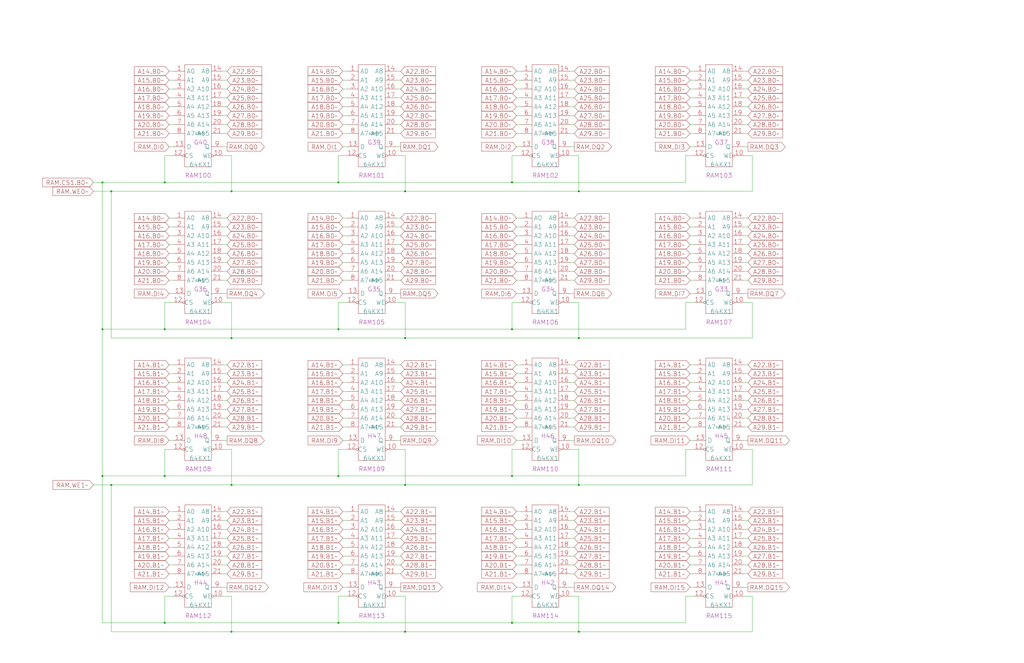
<source format=kicad_sch>
(kicad_sch (version 20250114) (generator "eeschema") (generator_version "9.0")
  (paper "User" 584.2 378.46)
  (title_block (title "RAMS\\nBANK 1\\nBYTE 0 / BYTE 1") (date "22-SEP-90") (rev "2.0") (comment 1 "IOC") (comment 2 "232-003061") (comment 3 "S400") (comment 4 "RELEASED"))
  (junction (at 330.2 360.68))
  (junction (at 231.14 193.04))
  (junction (at 93.98 355.6))
  (junction (at 63.5 276.86))
  (junction (at 292.1 104.14))
  (junction (at 292.1 271.78))
  (junction (at 58.42 104.14))
  (junction (at 231.14 360.68))
  (junction (at 58.42 271.78))
  (junction (at 193.04 187.96))
  (junction (at 330.2 276.86))
  (junction (at 58.42 187.96))
  (junction (at 330.2 109.22))
  (junction (at 330.2 193.04))
  (junction (at 132.08 360.68))
  (junction (at 132.08 276.86))
  (junction (at 231.14 276.86))
  (junction (at 292.1 355.6))
  (junction (at 193.04 271.78))
  (junction (at 231.14 109.22))
  (junction (at 93.98 271.78))
  (junction (at 93.98 104.14))
  (junction (at 292.1 187.96))
  (junction (at 193.04 355.6))
  (junction (at 193.04 104.14))
  (junction (at 132.08 109.22))
  (junction (at 132.08 193.04))
  (junction (at 63.5 109.22))
  (junction (at 93.98 187.96))
  (wire (pts (xy 424.18 218.44) (xy 426.72 218.44)))
  (wire (pts (xy 325.12 292.1) (xy 327.66 292.1)))
  (wire (pts (xy 96.52 213.36) (xy 99.06 213.36)))
  (wire (pts (xy 393.7 139.7) (xy 396.24 139.7)))
  (wire (pts (xy 127 213.36) (xy 129.54 213.36)))
  (wire (pts (xy 294.64 50.8) (xy 297.18 50.8)))
  (wire (pts (xy 393.7 302.26) (xy 396.24 302.26)))
  (wire (pts (xy 325.12 307.34) (xy 327.66 307.34)))
  (wire (pts (xy 325.12 251.46) (xy 327.66 251.46)))
  (wire (pts (xy 393.7 83.82) (xy 396.24 83.82)))
  (wire (pts (xy 96.52 45.72) (xy 99.06 45.72)))
  (wire (pts (xy 292.1 187.96) (xy 391.16 187.96)))
  (wire (pts (xy 393.7 327.66) (xy 396.24 327.66)))
  (wire (pts (xy 96.52 228.6) (xy 99.06 228.6)))
  (wire (pts (xy 226.06 45.72) (xy 228.6 45.72)))
  (wire (pts (xy 127 88.9) (xy 132.08 88.9)))
  (wire (pts (xy 226.06 327.66) (xy 228.6 327.66)))
  (wire (pts (xy 99.06 256.54) (xy 93.98 256.54)))
  (wire (pts (xy 226.06 218.44) (xy 228.6 218.44)))
  (wire (pts (xy 424.18 327.66) (xy 426.72 327.66)))
  (wire (pts (xy 53.34 104.14) (xy 58.42 104.14)))
  (wire (pts (xy 294.64 45.72) (xy 297.18 45.72)))
  (wire (pts (xy 424.18 228.6) (xy 426.72 228.6)))
  (wire (pts (xy 391.16 340.36) (xy 391.16 355.6)))
  (wire (pts (xy 424.18 139.7) (xy 426.72 139.7)))
  (wire (pts (xy 424.18 160.02) (xy 426.72 160.02)))
  (wire (pts (xy 424.18 40.64) (xy 426.72 40.64)))
  (wire (pts (xy 96.52 50.8) (xy 99.06 50.8)))
  (wire (pts (xy 226.06 233.68) (xy 228.6 233.68)))
  (wire (pts (xy 330.2 360.68) (xy 429.26 360.68)))
  (wire (pts (xy 424.18 340.36) (xy 429.26 340.36)))
  (wire (pts (xy 294.64 66.04) (xy 297.18 66.04)))
  (wire (pts (xy 297.18 172.72) (xy 292.1 172.72)))
  (wire (pts (xy 429.26 88.9) (xy 429.26 109.22)))
  (wire (pts (xy 127 172.72) (xy 132.08 172.72)))
  (wire (pts (xy 127 307.34) (xy 129.54 307.34)))
  (wire (pts (xy 195.58 71.12) (xy 198.12 71.12)))
  (wire (pts (xy 226.06 76.2) (xy 228.6 76.2)))
  (wire (pts (xy 127 251.46) (xy 129.54 251.46)))
  (wire (pts (xy 294.64 223.52) (xy 297.18 223.52)))
  (wire (pts (xy 393.7 292.1) (xy 396.24 292.1)))
  (wire (pts (xy 99.06 88.9) (xy 93.98 88.9)))
  (wire (pts (xy 195.58 327.66) (xy 198.12 327.66)))
  (wire (pts (xy 127 312.42) (xy 129.54 312.42)))
  (wire (pts (xy 226.06 154.94) (xy 228.6 154.94)))
  (wire (pts (xy 325.12 60.96) (xy 327.66 60.96)))
  (wire (pts (xy 294.64 228.6) (xy 297.18 228.6)))
  (wire (pts (xy 393.7 167.64) (xy 396.24 167.64)))
  (wire (pts (xy 396.24 340.36) (xy 391.16 340.36)))
  (wire (pts (xy 424.18 208.28) (xy 426.72 208.28)))
  (wire (pts (xy 193.04 340.36) (xy 193.04 355.6)))
  (wire (pts (xy 96.52 327.66) (xy 99.06 327.66)))
  (wire (pts (xy 127 45.72) (xy 129.54 45.72)))
  (wire (pts (xy 195.58 228.6) (xy 198.12 228.6)))
  (wire (pts (xy 195.58 243.84) (xy 198.12 243.84)))
  (wire (pts (xy 193.04 187.96) (xy 292.1 187.96)))
  (wire (pts (xy 393.7 297.18) (xy 396.24 297.18)))
  (wire (pts (xy 96.52 243.84) (xy 99.06 243.84)))
  (wire (pts (xy 294.64 302.26) (xy 297.18 302.26)))
  (wire (pts (xy 127 302.26) (xy 129.54 302.26)))
  (wire (pts (xy 294.64 243.84) (xy 297.18 243.84)))
  (wire (pts (xy 292.1 340.36) (xy 292.1 355.6)))
  (wire (pts (xy 226.06 297.18) (xy 228.6 297.18)))
  (wire (pts (xy 96.52 292.1) (xy 99.06 292.1)))
  (wire (pts (xy 330.2 340.36) (xy 330.2 360.68)))
  (wire (pts (xy 193.04 271.78) (xy 292.1 271.78)))
  (wire (pts (xy 132.08 340.36) (xy 132.08 360.68)))
  (wire (pts (xy 297.18 88.9) (xy 292.1 88.9)))
  (wire (pts (xy 53.34 276.86) (xy 63.5 276.86)))
  (wire (pts (xy 424.18 134.62) (xy 426.72 134.62)))
  (wire (pts (xy 195.58 50.8) (xy 198.12 50.8)))
  (wire (pts (xy 93.98 172.72) (xy 93.98 187.96)))
  (wire (pts (xy 96.52 302.26) (xy 99.06 302.26)))
  (wire (pts (xy 424.18 292.1) (xy 426.72 292.1)))
  (wire (pts (xy 292.1 172.72) (xy 292.1 187.96)))
  (wire (pts (xy 195.58 66.04) (xy 198.12 66.04)))
  (wire (pts (xy 96.52 307.34) (xy 99.06 307.34)))
  (wire (pts (xy 325.12 327.66) (xy 327.66 327.66)))
  (wire (pts (xy 193.04 355.6) (xy 292.1 355.6)))
  (wire (pts (xy 226.06 40.64) (xy 228.6 40.64)))
  (wire (pts (xy 325.12 228.6) (xy 327.66 228.6)))
  (wire (pts (xy 226.06 292.1) (xy 228.6 292.1)))
  (wire (pts (xy 294.64 134.62) (xy 297.18 134.62)))
  (wire (pts (xy 96.52 60.96) (xy 99.06 60.96)))
  (wire (pts (xy 226.06 251.46) (xy 228.6 251.46)))
  (wire (pts (xy 325.12 160.02) (xy 327.66 160.02)))
  (wire (pts (xy 294.64 312.42) (xy 297.18 312.42)))
  (wire (pts (xy 325.12 40.64) (xy 327.66 40.64)))
  (wire (pts (xy 393.7 60.96) (xy 396.24 60.96)))
  (wire (pts (xy 294.64 76.2) (xy 297.18 76.2)))
  (wire (pts (xy 424.18 312.42) (xy 426.72 312.42)))
  (wire (pts (xy 195.58 292.1) (xy 198.12 292.1)))
  (wire (pts (xy 393.7 335.28) (xy 396.24 335.28)))
  (wire (pts (xy 96.52 223.52) (xy 99.06 223.52)))
  (wire (pts (xy 96.52 218.44) (xy 99.06 218.44)))
  (wire (pts (xy 132.08 256.54) (xy 132.08 276.86)))
  (wire (pts (xy 424.18 167.64) (xy 426.72 167.64)))
  (wire (pts (xy 325.12 154.94) (xy 327.66 154.94)))
  (wire (pts (xy 226.06 317.5) (xy 228.6 317.5)))
  (wire (pts (xy 127 233.68) (xy 129.54 233.68)))
  (wire (pts (xy 132.08 172.72) (xy 132.08 193.04)))
  (wire (pts (xy 127 292.1) (xy 129.54 292.1)))
  (wire (pts (xy 226.06 228.6) (xy 228.6 228.6)))
  (wire (pts (xy 193.04 88.9) (xy 193.04 104.14)))
  (wire (pts (xy 93.98 271.78) (xy 58.42 271.78)))
  (wire (pts (xy 198.12 172.72) (xy 193.04 172.72)))
  (wire (pts (xy 424.18 149.86) (xy 426.72 149.86)))
  (wire (pts (xy 127 238.76) (xy 129.54 238.76)))
  (wire (pts (xy 96.52 154.94) (xy 99.06 154.94)))
  (wire (pts (xy 294.64 83.82) (xy 297.18 83.82)))
  (wire (pts (xy 96.52 139.7) (xy 99.06 139.7)))
  (wire (pts (xy 292.1 104.14) (xy 391.16 104.14)))
  (wire (pts (xy 132.08 360.68) (xy 63.5 360.68)))
  (wire (pts (xy 127 160.02) (xy 129.54 160.02)))
  (wire (pts (xy 424.18 243.84) (xy 426.72 243.84)))
  (wire (pts (xy 96.52 251.46) (xy 99.06 251.46)))
  (wire (pts (xy 294.64 129.54) (xy 297.18 129.54)))
  (wire (pts (xy 294.64 238.76) (xy 297.18 238.76)))
  (wire (pts (xy 132.08 88.9) (xy 132.08 109.22)))
  (wire (pts (xy 195.58 322.58) (xy 198.12 322.58)))
  (wire (pts (xy 195.58 297.18) (xy 198.12 297.18)))
  (wire (pts (xy 226.06 340.36) (xy 231.14 340.36)))
  (wire (pts (xy 226.06 83.82) (xy 228.6 83.82)))
  (wire (pts (xy 424.18 50.8) (xy 426.72 50.8)))
  (wire (pts (xy 393.7 307.34) (xy 396.24 307.34)))
  (wire (pts (xy 127 144.78) (xy 129.54 144.78)))
  (wire (pts (xy 226.06 167.64) (xy 228.6 167.64)))
  (wire (pts (xy 325.12 88.9) (xy 330.2 88.9)))
  (wire (pts (xy 226.06 71.12) (xy 228.6 71.12)))
  (wire (pts (xy 294.64 322.58) (xy 297.18 322.58)))
  (wire (pts (xy 325.12 134.62) (xy 327.66 134.62)))
  (wire (pts (xy 424.18 83.82) (xy 426.72 83.82)))
  (wire (pts (xy 58.42 187.96) (xy 58.42 104.14)))
  (wire (pts (xy 96.52 167.64) (xy 99.06 167.64)))
  (wire (pts (xy 294.64 327.66) (xy 297.18 327.66)))
  (wire (pts (xy 393.7 218.44) (xy 396.24 218.44)))
  (wire (pts (xy 195.58 124.46) (xy 198.12 124.46)))
  (wire (pts (xy 325.12 149.86) (xy 327.66 149.86)))
  (wire (pts (xy 195.58 55.88) (xy 198.12 55.88)))
  (wire (pts (xy 96.52 129.54) (xy 99.06 129.54)))
  (wire (pts (xy 294.64 71.12) (xy 297.18 71.12)))
  (wire (pts (xy 330.2 109.22) (xy 429.26 109.22)))
  (wire (pts (xy 93.98 271.78) (xy 193.04 271.78)))
  (wire (pts (xy 226.06 256.54) (xy 231.14 256.54)))
  (wire (pts (xy 325.12 55.88) (xy 327.66 55.88)))
  (wire (pts (xy 325.12 172.72) (xy 330.2 172.72)))
  (wire (pts (xy 424.18 317.5) (xy 426.72 317.5)))
  (wire (pts (xy 424.18 144.78) (xy 426.72 144.78)))
  (wire (pts (xy 226.06 238.76) (xy 228.6 238.76)))
  (wire (pts (xy 195.58 302.26) (xy 198.12 302.26)))
  (wire (pts (xy 96.52 238.76) (xy 99.06 238.76)))
  (wire (pts (xy 93.98 88.9) (xy 93.98 104.14)))
  (wire (pts (xy 96.52 233.68) (xy 99.06 233.68)))
  (wire (pts (xy 393.7 233.68) (xy 396.24 233.68)))
  (wire (pts (xy 325.12 83.82) (xy 327.66 83.82)))
  (wire (pts (xy 226.06 144.78) (xy 228.6 144.78)))
  (wire (pts (xy 226.06 172.72) (xy 231.14 172.72)))
  (wire (pts (xy 195.58 251.46) (xy 198.12 251.46)))
  (wire (pts (xy 96.52 322.58) (xy 99.06 322.58)))
  (wire (pts (xy 294.64 218.44) (xy 297.18 218.44)))
  (wire (pts (xy 63.5 360.68) (xy 63.5 276.86)))
  (wire (pts (xy 393.7 124.46) (xy 396.24 124.46)))
  (wire (pts (xy 96.52 144.78) (xy 99.06 144.78)))
  (wire (pts (xy 424.18 335.28) (xy 426.72 335.28)))
  (wire (pts (xy 325.12 144.78) (xy 327.66 144.78)))
  (wire (pts (xy 132.08 360.68) (xy 231.14 360.68)))
  (wire (pts (xy 393.7 71.12) (xy 396.24 71.12)))
  (wire (pts (xy 294.64 251.46) (xy 297.18 251.46)))
  (wire (pts (xy 294.64 40.64) (xy 297.18 40.64)))
  (wire (pts (xy 63.5 276.86) (xy 132.08 276.86)))
  (wire (pts (xy 127 55.88) (xy 129.54 55.88)))
  (wire (pts (xy 231.14 256.54) (xy 231.14 276.86)))
  (wire (pts (xy 294.64 233.68) (xy 297.18 233.68)))
  (wire (pts (xy 393.7 223.52) (xy 396.24 223.52)))
  (wire (pts (xy 429.26 172.72) (xy 429.26 193.04)))
  (wire (pts (xy 325.12 218.44) (xy 327.66 218.44)))
  (wire (pts (xy 195.58 213.36) (xy 198.12 213.36)))
  (wire (pts (xy 195.58 60.96) (xy 198.12 60.96)))
  (wire (pts (xy 127 50.8) (xy 129.54 50.8)))
  (wire (pts (xy 325.12 335.28) (xy 327.66 335.28)))
  (wire (pts (xy 424.18 297.18) (xy 426.72 297.18)))
  (wire (pts (xy 393.7 312.42) (xy 396.24 312.42)))
  (wire (pts (xy 330.2 172.72) (xy 330.2 193.04)))
  (wire (pts (xy 96.52 66.04) (xy 99.06 66.04)))
  (wire (pts (xy 231.14 340.36) (xy 231.14 360.68)))
  (wire (pts (xy 396.24 256.54) (xy 391.16 256.54)))
  (wire (pts (xy 325.12 167.64) (xy 327.66 167.64)))
  (wire (pts (xy 96.52 160.02) (xy 99.06 160.02)))
  (wire (pts (xy 127 167.64) (xy 129.54 167.64)))
  (wire (pts (xy 127 40.64) (xy 129.54 40.64)))
  (wire (pts (xy 226.06 160.02) (xy 228.6 160.02)))
  (wire (pts (xy 393.7 208.28) (xy 396.24 208.28)))
  (wire (pts (xy 127 327.66) (xy 129.54 327.66)))
  (wire (pts (xy 195.58 134.62) (xy 198.12 134.62)))
  (wire (pts (xy 58.42 355.6) (xy 58.42 271.78)))
  (wire (pts (xy 393.7 55.88) (xy 396.24 55.88)))
  (wire (pts (xy 393.7 50.8) (xy 396.24 50.8)))
  (wire (pts (xy 325.12 243.84) (xy 327.66 243.84)))
  (wire (pts (xy 294.64 297.18) (xy 297.18 297.18)))
  (wire (pts (xy 58.42 104.14) (xy 93.98 104.14)))
  (wire (pts (xy 63.5 109.22) (xy 63.5 193.04)))
  (wire (pts (xy 96.52 55.88) (xy 99.06 55.88)))
  (wire (pts (xy 127 228.6) (xy 129.54 228.6)))
  (wire (pts (xy 396.24 172.72) (xy 391.16 172.72)))
  (wire (pts (xy 294.64 160.02) (xy 297.18 160.02)))
  (wire (pts (xy 294.64 149.86) (xy 297.18 149.86)))
  (wire (pts (xy 325.12 45.72) (xy 327.66 45.72)))
  (wire (pts (xy 195.58 167.64) (xy 198.12 167.64)))
  (wire (pts (xy 424.18 223.52) (xy 426.72 223.52)))
  (wire (pts (xy 195.58 45.72) (xy 198.12 45.72)))
  (wire (pts (xy 325.12 238.76) (xy 327.66 238.76)))
  (wire (pts (xy 393.7 134.62) (xy 396.24 134.62)))
  (wire (pts (xy 132.08 109.22) (xy 231.14 109.22)))
  (wire (pts (xy 226.06 302.26) (xy 228.6 302.26)))
  (wire (pts (xy 96.52 76.2) (xy 99.06 76.2)))
  (wire (pts (xy 294.64 292.1) (xy 297.18 292.1)))
  (wire (pts (xy 193.04 256.54) (xy 193.04 271.78)))
  (wire (pts (xy 393.7 243.84) (xy 396.24 243.84)))
  (wire (pts (xy 393.7 149.86) (xy 396.24 149.86)))
  (wire (pts (xy 226.06 60.96) (xy 228.6 60.96)))
  (wire (pts (xy 297.18 340.36) (xy 292.1 340.36)))
  (wire (pts (xy 193.04 172.72) (xy 193.04 187.96)))
  (wire (pts (xy 294.64 317.5) (xy 297.18 317.5)))
  (wire (pts (xy 292.1 256.54) (xy 292.1 271.78)))
  (wire (pts (xy 127 340.36) (xy 132.08 340.36)))
  (wire (pts (xy 393.7 76.2) (xy 396.24 76.2)))
  (wire (pts (xy 424.18 71.12) (xy 426.72 71.12)))
  (wire (pts (xy 393.7 129.54) (xy 396.24 129.54)))
  (wire (pts (xy 195.58 129.54) (xy 198.12 129.54)))
  (wire (pts (xy 325.12 233.68) (xy 327.66 233.68)))
  (wire (pts (xy 226.06 312.42) (xy 228.6 312.42)))
  (wire (pts (xy 96.52 208.28) (xy 99.06 208.28)))
  (wire (pts (xy 294.64 335.28) (xy 297.18 335.28)))
  (wire (pts (xy 127 129.54) (xy 129.54 129.54)))
  (wire (pts (xy 195.58 335.28) (xy 198.12 335.28)))
  (wire (pts (xy 127 223.52) (xy 129.54 223.52)))
  (wire (pts (xy 393.7 213.36) (xy 396.24 213.36)))
  (wire (pts (xy 195.58 238.76) (xy 198.12 238.76)))
  (wire (pts (xy 96.52 317.5) (xy 99.06 317.5)))
  (wire (pts (xy 231.14 360.68) (xy 330.2 360.68)))
  (wire (pts (xy 226.06 223.52) (xy 228.6 223.52)))
  (wire (pts (xy 294.64 208.28) (xy 297.18 208.28)))
  (wire (pts (xy 96.52 71.12) (xy 99.06 71.12)))
  (wire (pts (xy 53.34 109.22) (xy 63.5 109.22)))
  (wire (pts (xy 195.58 154.94) (xy 198.12 154.94)))
  (wire (pts (xy 127 66.04) (xy 129.54 66.04)))
  (wire (pts (xy 226.06 307.34) (xy 228.6 307.34)))
  (wire (pts (xy 231.14 276.86) (xy 330.2 276.86)))
  (wire (pts (xy 325.12 317.5) (xy 327.66 317.5)))
  (wire (pts (xy 325.12 124.46) (xy 327.66 124.46)))
  (wire (pts (xy 93.98 187.96) (xy 193.04 187.96)))
  (wire (pts (xy 226.06 322.58) (xy 228.6 322.58)))
  (wire (pts (xy 424.18 88.9) (xy 429.26 88.9)))
  (wire (pts (xy 198.12 256.54) (xy 193.04 256.54)))
  (wire (pts (xy 424.18 55.88) (xy 426.72 55.88)))
  (wire (pts (xy 195.58 223.52) (xy 198.12 223.52)))
  (wire (pts (xy 325.12 50.8) (xy 327.66 50.8)))
  (wire (pts (xy 424.18 172.72) (xy 429.26 172.72)))
  (wire (pts (xy 132.08 276.86) (xy 231.14 276.86)))
  (wire (pts (xy 127 154.94) (xy 129.54 154.94)))
  (wire (pts (xy 226.06 208.28) (xy 228.6 208.28)))
  (wire (pts (xy 294.64 139.7) (xy 297.18 139.7)))
  (wire (pts (xy 330.2 88.9) (xy 330.2 109.22)))
  (wire (pts (xy 325.12 66.04) (xy 327.66 66.04)))
  (wire (pts (xy 195.58 218.44) (xy 198.12 218.44)))
  (wire (pts (xy 391.16 172.72) (xy 391.16 187.96)))
  (wire (pts (xy 127 76.2) (xy 129.54 76.2)))
  (wire (pts (xy 393.7 317.5) (xy 396.24 317.5)))
  (wire (pts (xy 294.64 124.46) (xy 297.18 124.46)))
  (wire (pts (xy 226.06 134.62) (xy 228.6 134.62)))
  (wire (pts (xy 393.7 251.46) (xy 396.24 251.46)))
  (wire (pts (xy 226.06 55.88) (xy 228.6 55.88)))
  (wire (pts (xy 325.12 208.28) (xy 327.66 208.28)))
  (wire (pts (xy 99.06 340.36) (xy 93.98 340.36)))
  (wire (pts (xy 325.12 297.18) (xy 327.66 297.18)))
  (wire (pts (xy 330.2 256.54) (xy 330.2 276.86)))
  (wire (pts (xy 127 317.5) (xy 129.54 317.5)))
  (wire (pts (xy 58.42 271.78) (xy 58.42 187.96)))
  (wire (pts (xy 198.12 88.9) (xy 193.04 88.9)))
  (wire (pts (xy 127 134.62) (xy 129.54 134.62)))
  (wire (pts (xy 424.18 233.68) (xy 426.72 233.68)))
  (wire (pts (xy 195.58 149.86) (xy 198.12 149.86)))
  (wire (pts (xy 93.98 256.54) (xy 93.98 271.78)))
  (wire (pts (xy 226.06 129.54) (xy 228.6 129.54)))
  (wire (pts (xy 96.52 40.64) (xy 99.06 40.64)))
  (wire (pts (xy 93.98 355.6) (xy 193.04 355.6)))
  (wire (pts (xy 393.7 40.64) (xy 396.24 40.64)))
  (wire (pts (xy 127 83.82) (xy 129.54 83.82)))
  (wire (pts (xy 96.52 297.18) (xy 99.06 297.18)))
  (wire (pts (xy 393.7 45.72) (xy 396.24 45.72)))
  (wire (pts (xy 231.14 172.72) (xy 231.14 193.04)))
  (wire (pts (xy 231.14 193.04) (xy 330.2 193.04)))
  (wire (pts (xy 127 218.44) (xy 129.54 218.44)))
  (wire (pts (xy 127 71.12) (xy 129.54 71.12)))
  (wire (pts (xy 424.18 76.2) (xy 426.72 76.2)))
  (wire (pts (xy 325.12 71.12) (xy 327.66 71.12)))
  (wire (pts (xy 424.18 256.54) (xy 429.26 256.54)))
  (wire (pts (xy 325.12 322.58) (xy 327.66 322.58)))
  (wire (pts (xy 93.98 340.36) (xy 93.98 355.6)))
  (wire (pts (xy 429.26 256.54) (xy 429.26 276.86)))
  (wire (pts (xy 195.58 317.5) (xy 198.12 317.5)))
  (wire (pts (xy 226.06 88.9) (xy 231.14 88.9)))
  (wire (pts (xy 297.18 256.54) (xy 292.1 256.54)))
  (wire (pts (xy 294.64 144.78) (xy 297.18 144.78)))
  (wire (pts (xy 127 335.28) (xy 129.54 335.28)))
  (wire (pts (xy 330.2 276.86) (xy 429.26 276.86)))
  (wire (pts (xy 325.12 76.2) (xy 327.66 76.2)))
  (wire (pts (xy 93.98 187.96) (xy 58.42 187.96)))
  (wire (pts (xy 393.7 160.02) (xy 396.24 160.02)))
  (wire (pts (xy 195.58 160.02) (xy 198.12 160.02)))
  (wire (pts (xy 195.58 312.42) (xy 198.12 312.42)))
  (wire (pts (xy 96.52 312.42) (xy 99.06 312.42)))
  (wire (pts (xy 96.52 83.82) (xy 99.06 83.82)))
  (wire (pts (xy 325.12 302.26) (xy 327.66 302.26)))
  (wire (pts (xy 424.18 213.36) (xy 426.72 213.36)))
  (wire (pts (xy 231.14 109.22) (xy 330.2 109.22)))
  (wire (pts (xy 198.12 340.36) (xy 193.04 340.36)))
  (wire (pts (xy 424.18 66.04) (xy 426.72 66.04)))
  (wire (pts (xy 195.58 144.78) (xy 198.12 144.78)))
  (wire (pts (xy 99.06 172.72) (xy 93.98 172.72)))
  (wire (pts (xy 127 60.96) (xy 129.54 60.96)))
  (wire (pts (xy 325.12 256.54) (xy 330.2 256.54)))
  (wire (pts (xy 325.12 223.52) (xy 327.66 223.52)))
  (wire (pts (xy 226.06 213.36) (xy 228.6 213.36)))
  (wire (pts (xy 393.7 228.6) (xy 396.24 228.6)))
  (wire (pts (xy 96.52 335.28) (xy 99.06 335.28)))
  (wire (pts (xy 393.7 322.58) (xy 396.24 322.58)))
  (wire (pts (xy 292.1 271.78) (xy 391.16 271.78)))
  (wire (pts (xy 391.16 256.54) (xy 391.16 271.78)))
  (wire (pts (xy 294.64 167.64) (xy 297.18 167.64)))
  (wire (pts (xy 226.06 335.28) (xy 228.6 335.28)))
  (wire (pts (xy 294.64 307.34) (xy 297.18 307.34)))
  (wire (pts (xy 292.1 88.9) (xy 292.1 104.14)))
  (wire (pts (xy 424.18 154.94) (xy 426.72 154.94)))
  (wire (pts (xy 195.58 139.7) (xy 198.12 139.7)))
  (wire (pts (xy 127 208.28) (xy 129.54 208.28)))
  (wire (pts (xy 429.26 340.36) (xy 429.26 360.68)))
  (wire (pts (xy 93.98 355.6) (xy 58.42 355.6)))
  (wire (pts (xy 127 322.58) (xy 129.54 322.58)))
  (wire (pts (xy 226.06 149.86) (xy 228.6 149.86)))
  (wire (pts (xy 294.64 154.94) (xy 297.18 154.94)))
  (wire (pts (xy 231.14 88.9) (xy 231.14 109.22)))
  (wire (pts (xy 132.08 193.04) (xy 231.14 193.04)))
  (wire (pts (xy 226.06 50.8) (xy 228.6 50.8)))
  (wire (pts (xy 424.18 124.46) (xy 426.72 124.46)))
  (wire (pts (xy 424.18 45.72) (xy 426.72 45.72)))
  (wire (pts (xy 294.64 213.36) (xy 297.18 213.36)))
  (wire (pts (xy 330.2 193.04) (xy 429.26 193.04)))
  (wire (pts (xy 424.18 129.54) (xy 426.72 129.54)))
  (wire (pts (xy 226.06 124.46) (xy 228.6 124.46)))
  (wire (pts (xy 393.7 144.78) (xy 396.24 144.78)))
  (wire (pts (xy 63.5 193.04) (xy 132.08 193.04)))
  (wire (pts (xy 393.7 238.76) (xy 396.24 238.76)))
  (wire (pts (xy 424.18 302.26) (xy 426.72 302.26)))
  (wire (pts (xy 391.16 88.9) (xy 391.16 104.14)))
  (wire (pts (xy 127 243.84) (xy 129.54 243.84)))
  (wire (pts (xy 195.58 208.28) (xy 198.12 208.28)))
  (wire (pts (xy 424.18 307.34) (xy 426.72 307.34)))
  (wire (pts (xy 127 256.54) (xy 132.08 256.54)))
  (wire (pts (xy 96.52 124.46) (xy 99.06 124.46)))
  (wire (pts (xy 396.24 88.9) (xy 391.16 88.9)))
  (wire (pts (xy 96.52 134.62) (xy 99.06 134.62)))
  (wire (pts (xy 127 149.86) (xy 129.54 149.86)))
  (wire (pts (xy 127 297.18) (xy 129.54 297.18)))
  (wire (pts (xy 424.18 60.96) (xy 426.72 60.96)))
  (wire (pts (xy 127 124.46) (xy 129.54 124.46)))
  (wire (pts (xy 195.58 83.82) (xy 198.12 83.82)))
  (wire (pts (xy 424.18 322.58) (xy 426.72 322.58)))
  (wire (pts (xy 195.58 40.64) (xy 198.12 40.64)))
  (wire (pts (xy 325.12 213.36) (xy 327.66 213.36)))
  (wire (pts (xy 393.7 66.04) (xy 396.24 66.04)))
  (wire (pts (xy 325.12 129.54) (xy 327.66 129.54)))
  (wire (pts (xy 226.06 66.04) (xy 228.6 66.04)))
  (wire (pts (xy 127 139.7) (xy 129.54 139.7)))
  (wire (pts (xy 195.58 307.34) (xy 198.12 307.34)))
  (wire (pts (xy 325.12 340.36) (xy 330.2 340.36)))
  (wire (pts (xy 292.1 355.6) (xy 391.16 355.6)))
  (wire (pts (xy 294.64 55.88) (xy 297.18 55.88)))
  (wire (pts (xy 96.52 149.86) (xy 99.06 149.86)))
  (wire (pts (xy 325.12 312.42) (xy 327.66 312.42)))
  (wire (pts (xy 226.06 139.7) (xy 228.6 139.7)))
  (wire (pts (xy 195.58 76.2) (xy 198.12 76.2)))
  (wire (pts (xy 63.5 109.22) (xy 132.08 109.22)))
  (wire (pts (xy 294.64 60.96) (xy 297.18 60.96)))
  (wire (pts (xy 325.12 139.7) (xy 327.66 139.7)))
  (wire (pts (xy 424.18 238.76) (xy 426.72 238.76)))
  (wire (pts (xy 424.18 251.46) (xy 426.72 251.46)))
  (wire (pts (xy 195.58 233.68) (xy 198.12 233.68)))
  (wire (pts (xy 226.06 243.84) (xy 228.6 243.84)))
  (wire (pts (xy 393.7 154.94) (xy 396.24 154.94)))
  (wire (pts (xy 193.04 104.14) (xy 292.1 104.14)))
  (wire (pts (xy 93.98 104.14) (xy 193.04 104.14)))
  (global_label "A24.B1~" (shape input) (at 129.54 218.44 0) (effects (font (size 2.54 2.54))) (property "Intersheetrefs" "${INTERSHEET_REFS}" (at 149.987 218.2813 0) (effects (font (size 1.905 1.905)) (justify left))))
  (global_label "A28.B1~" (shape input) (at 327.66 238.76 0) (effects (font (size 2.54 2.54))) (property "Intersheetrefs" "${INTERSHEET_REFS}" (at 348.107 238.6013 0) (effects (font (size 1.905 1.905)) (justify left))))
  (global_label "A29.B0~" (shape input) (at 129.54 76.2 0) (effects (font (size 2.54 2.54))) (property "Intersheetrefs" "${INTERSHEET_REFS}" (at 149.987 76.0413 0) (effects (font (size 1.905 1.905)) (justify left))))
  (global_label "A25.B1~" (shape input) (at 327.66 307.34 0) (effects (font (size 2.54 2.54))) (property "Intersheetrefs" "${INTERSHEET_REFS}" (at 348.107 307.1813 0) (effects (font (size 1.905 1.905)) (justify left))))
  (global_label "A20.B1~" (shape input) (at 393.7 238.76 180) (effects (font (size 2.54 2.54))) (property "Intersheetrefs" "${INTERSHEET_REFS}" (at 373.253 238.6013 0) (effects (font (size 1.905 1.905)) (justify right))))
  (global_label "A18.B0~" (shape input) (at 96.52 60.96 180) (effects (font (size 2.54 2.54))) (property "Intersheetrefs" "${INTERSHEET_REFS}" (at 76.073 60.8013 0) (effects (font (size 1.905 1.905)) (justify right))))
  (global_label "A24.B1~" (shape input) (at 129.54 302.26 0) (effects (font (size 2.54 2.54))) (property "Intersheetrefs" "${INTERSHEET_REFS}" (at 149.987 302.1013 0) (effects (font (size 1.905 1.905)) (justify left))))
  (global_label "A21.B1~" (shape input) (at 294.64 243.84 180) (effects (font (size 2.54 2.54))) (property "Intersheetrefs" "${INTERSHEET_REFS}" (at 274.193 243.6813 0) (effects (font (size 1.905 1.905)) (justify right))))
  (global_label "A28.B1~" (shape input) (at 426.72 238.76 0) (effects (font (size 2.54 2.54))) (property "Intersheetrefs" "${INTERSHEET_REFS}" (at 447.167 238.6013 0) (effects (font (size 1.905 1.905)) (justify left))))
  (global_label "A20.B1~" (shape input) (at 294.64 322.58 180) (effects (font (size 2.54 2.54))) (property "Intersheetrefs" "${INTERSHEET_REFS}" (at 274.193 322.4213 0) (effects (font (size 1.905 1.905)) (justify right))))
  (global_label "A27.B1~" (shape input) (at 228.6 317.5 0) (effects (font (size 2.54 2.54))) (property "Intersheetrefs" "${INTERSHEET_REFS}" (at 249.047 317.3413 0) (effects (font (size 1.905 1.905)) (justify left))))
  (global_label "RAM.DQ12" (shape output) (at 129.54 335.28 0) (effects (font (size 2.54 2.54))) (property "Intersheetrefs" "${INTERSHEET_REFS}" (at 153.6156 335.1213 0) (effects (font (size 1.905 1.905)) (justify left))))
  (global_label "A21.B1~" (shape input) (at 294.64 327.66 180) (effects (font (size 2.54 2.54))) (property "Intersheetrefs" "${INTERSHEET_REFS}" (at 274.193 327.5013 0) (effects (font (size 1.905 1.905)) (justify right))))
  (global_label "A26.B1~" (shape input) (at 426.72 228.6 0) (effects (font (size 2.54 2.54))) (property "Intersheetrefs" "${INTERSHEET_REFS}" (at 447.167 228.4413 0) (effects (font (size 1.905 1.905)) (justify left))))
  (global_label "RAM.DQ13" (shape output) (at 228.6 335.28 0) (effects (font (size 2.54 2.54))) (property "Intersheetrefs" "${INTERSHEET_REFS}" (at 252.6756 335.1213 0) (effects (font (size 1.905 1.905)) (justify left))))
  (global_label "A29.B1~" (shape input) (at 327.66 327.66 0) (effects (font (size 2.54 2.54))) (property "Intersheetrefs" "${INTERSHEET_REFS}" (at 348.107 327.5013 0) (effects (font (size 1.905 1.905)) (justify left))))
  (global_label "A25.B0~" (shape input) (at 327.66 55.88 0) (effects (font (size 2.54 2.54))) (property "Intersheetrefs" "${INTERSHEET_REFS}" (at 348.107 55.7213 0) (effects (font (size 1.905 1.905)) (justify left))))
  (global_label "A21.B0~" (shape input) (at 96.52 160.02 180) (effects (font (size 2.54 2.54))) (property "Intersheetrefs" "${INTERSHEET_REFS}" (at 76.073 159.8613 0) (effects (font (size 1.905 1.905)) (justify right))))
  (global_label "A22.B1~" (shape input) (at 228.6 292.1 0) (effects (font (size 2.54 2.54))) (property "Intersheetrefs" "${INTERSHEET_REFS}" (at 248.8051 291.9413 0) (effects (font (size 1.905 1.905)) (justify left))))
  (global_label "A26.B1~" (shape input) (at 327.66 228.6 0) (effects (font (size 2.54 2.54))) (property "Intersheetrefs" "${INTERSHEET_REFS}" (at 348.107 228.4413 0) (effects (font (size 1.905 1.905)) (justify left))))
  (global_label "A27.B1~" (shape input) (at 327.66 317.5 0) (effects (font (size 2.54 2.54))) (property "Intersheetrefs" "${INTERSHEET_REFS}" (at 348.107 317.3413 0) (effects (font (size 1.905 1.905)) (justify left))))
  (global_label "A29.B1~" (shape input) (at 327.66 243.84 0) (effects (font (size 2.54 2.54))) (property "Intersheetrefs" "${INTERSHEET_REFS}" (at 348.107 243.6813 0) (effects (font (size 1.905 1.905)) (justify left))))
  (global_label "A28.B0~" (shape input) (at 228.6 154.94 0) (effects (font (size 2.54 2.54))) (property "Intersheetrefs" "${INTERSHEET_REFS}" (at 249.047 154.7813 0) (effects (font (size 1.905 1.905)) (justify left))))
  (global_label "A16.B1~" (shape input) (at 96.52 302.26 180) (effects (font (size 2.54 2.54))) (property "Intersheetrefs" "${INTERSHEET_REFS}" (at 76.3149 302.1013 0) (effects (font (size 1.905 1.905)) (justify right))))
  (global_label "A25.B1~" (shape input) (at 426.72 223.52 0) (effects (font (size 2.54 2.54))) (property "Intersheetrefs" "${INTERSHEET_REFS}" (at 447.167 223.3613 0) (effects (font (size 1.905 1.905)) (justify left))))
  (global_label "A17.B0~" (shape input) (at 96.52 55.88 180) (effects (font (size 2.54 2.54))) (property "Intersheetrefs" "${INTERSHEET_REFS}" (at 76.073 55.7213 0) (effects (font (size 1.905 1.905)) (justify right))))
  (global_label "RAM.DI7" (shape input) (at 393.7 167.64 180) (effects (font (size 2.54 2.54))) (property "Intersheetrefs" "${INTERSHEET_REFS}" (at 373.4949 167.4813 0) (effects (font (size 1.905 1.905)) (justify right))))
  (global_label "A29.B1~" (shape input) (at 426.72 327.66 0) (effects (font (size 2.54 2.54))) (property "Intersheetrefs" "${INTERSHEET_REFS}" (at 447.167 327.5013 0) (effects (font (size 1.905 1.905)) (justify left))))
  (global_label "A19.B1~" (shape input) (at 294.64 317.5 180) (effects (font (size 2.54 2.54))) (property "Intersheetrefs" "${INTERSHEET_REFS}" (at 274.193 317.3413 0) (effects (font (size 1.905 1.905)) (justify right))))
  (global_label "A21.B1~" (shape input) (at 393.7 327.66 180) (effects (font (size 2.54 2.54))) (property "Intersheetrefs" "${INTERSHEET_REFS}" (at 373.253 327.5013 0) (effects (font (size 1.905 1.905)) (justify right))))
  (global_label "A29.B0~" (shape input) (at 426.72 76.2 0) (effects (font (size 2.54 2.54))) (property "Intersheetrefs" "${INTERSHEET_REFS}" (at 447.167 76.0413 0) (effects (font (size 1.905 1.905)) (justify left))))
  (global_label "A29.B0~" (shape input) (at 426.72 160.02 0) (effects (font (size 2.54 2.54))) (property "Intersheetrefs" "${INTERSHEET_REFS}" (at 447.167 159.8613 0) (effects (font (size 1.905 1.905)) (justify left))))
  (global_label "RAM.DI14" (shape input) (at 294.64 335.28 180) (effects (font (size 2.54 2.54))) (property "Intersheetrefs" "${INTERSHEET_REFS}" (at 272.0159 335.1213 0) (effects (font (size 1.905 1.905)) (justify right))))
  (global_label "A14.B1~" (shape input) (at 195.58 208.28 180) (effects (font (size 2.54 2.54))) (property "Intersheetrefs" "${INTERSHEET_REFS}" (at 175.3749 208.1213 0) (effects (font (size 1.905 1.905)) (justify right))))
  (global_label "A26.B0~" (shape input) (at 426.72 60.96 0) (effects (font (size 2.54 2.54))) (property "Intersheetrefs" "${INTERSHEET_REFS}" (at 447.167 60.8013 0) (effects (font (size 1.905 1.905)) (justify left))))
  (global_label "A26.B1~" (shape input) (at 228.6 228.6 0) (effects (font (size 2.54 2.54))) (property "Intersheetrefs" "${INTERSHEET_REFS}" (at 249.047 228.4413 0) (effects (font (size 1.905 1.905)) (justify left))))
  (global_label "RAM.DI11" (shape input) (at 393.7 251.46 180) (effects (font (size 2.54 2.54))) (property "Intersheetrefs" "${INTERSHEET_REFS}" (at 373.4949 251.3013 0) (effects (font (size 1.905 1.905)) (justify right))))
  (global_label "A17.B1~" (shape input) (at 393.7 223.52 180) (effects (font (size 2.54 2.54))) (property "Intersheetrefs" "${INTERSHEET_REFS}" (at 373.253 223.3613 0) (effects (font (size 1.905 1.905)) (justify right))))
  (global_label "A26.B0~" (shape input) (at 228.6 144.78 0) (effects (font (size 2.54 2.54))) (property "Intersheetrefs" "${INTERSHEET_REFS}" (at 249.047 144.6213 0) (effects (font (size 1.905 1.905)) (justify left))))
  (global_label "A14.B0~" (shape input) (at 96.52 124.46 180) (effects (font (size 2.54 2.54))) (property "Intersheetrefs" "${INTERSHEET_REFS}" (at 76.3149 124.3013 0) (effects (font (size 1.905 1.905)) (justify right))))
  (global_label "A26.B0~" (shape input) (at 129.54 60.96 0) (effects (font (size 2.54 2.54))) (property "Intersheetrefs" "${INTERSHEET_REFS}" (at 149.987 60.8013 0) (effects (font (size 1.905 1.905)) (justify left))))
  (global_label "A20.B1~" (shape input) (at 96.52 322.58 180) (effects (font (size 2.54 2.54))) (property "Intersheetrefs" "${INTERSHEET_REFS}" (at 76.073 322.4213 0) (effects (font (size 1.905 1.905)) (justify right))))
  (global_label "RAM.CS1.B0~" (shape input) (at 53.34 104.14 180) (effects (font (size 2.54 2.54))) (property "Intersheetrefs" "${INTERSHEET_REFS}" (at 23.9425 103.9813 0) (effects (font (size 1.905 1.905)) (justify right))))
  (global_label "A18.B0~" (shape input) (at 294.64 60.96 180) (effects (font (size 2.54 2.54))) (property "Intersheetrefs" "${INTERSHEET_REFS}" (at 274.193 60.8013 0) (effects (font (size 1.905 1.905)) (justify right))))
  (global_label "A14.B0~" (shape input) (at 294.64 124.46 180) (effects (font (size 2.54 2.54))) (property "Intersheetrefs" "${INTERSHEET_REFS}" (at 274.4349 124.3013 0) (effects (font (size 1.905 1.905)) (justify right))))
  (global_label "A16.B1~" (shape input) (at 393.7 302.26 180) (effects (font (size 2.54 2.54))) (property "Intersheetrefs" "${INTERSHEET_REFS}" (at 373.4949 302.1013 0) (effects (font (size 1.905 1.905)) (justify right))))
  (global_label "RAM.DI13" (shape input) (at 195.58 335.28 180) (effects (font (size 2.54 2.54))) (property "Intersheetrefs" "${INTERSHEET_REFS}" (at 172.9559 335.1213 0) (effects (font (size 1.905 1.905)) (justify right))))
  (global_label "A23.B0~" (shape input) (at 129.54 45.72 0) (effects (font (size 2.54 2.54))) (property "Intersheetrefs" "${INTERSHEET_REFS}" (at 149.987 45.5613 0) (effects (font (size 1.905 1.905)) (justify left))))
  (global_label "A19.B0~" (shape input) (at 195.58 149.86 180) (effects (font (size 2.54 2.54))) (property "Intersheetrefs" "${INTERSHEET_REFS}" (at 175.133 149.7013 0) (effects (font (size 1.905 1.905)) (justify right))))
  (global_label "A17.B0~" (shape input) (at 195.58 55.88 180) (effects (font (size 2.54 2.54))) (property "Intersheetrefs" "${INTERSHEET_REFS}" (at 175.133 55.7213 0) (effects (font (size 1.905 1.905)) (justify right))))
  (global_label "A15.B0~" (shape input) (at 294.64 45.72 180) (effects (font (size 2.54 2.54))) (property "Intersheetrefs" "${INTERSHEET_REFS}" (at 274.193 45.5613 0) (effects (font (size 1.905 1.905)) (justify right))))
  (global_label "A24.B0~" (shape input) (at 426.72 50.8 0) (effects (font (size 2.54 2.54))) (property "Intersheetrefs" "${INTERSHEET_REFS}" (at 447.167 50.6413 0) (effects (font (size 1.905 1.905)) (justify left))))
  (global_label "A28.B0~" (shape input) (at 129.54 154.94 0) (effects (font (size 2.54 2.54))) (property "Intersheetrefs" "${INTERSHEET_REFS}" (at 149.987 154.7813 0) (effects (font (size 1.905 1.905)) (justify left))))
  (global_label "A18.B0~" (shape input) (at 393.7 144.78 180) (effects (font (size 2.54 2.54))) (property "Intersheetrefs" "${INTERSHEET_REFS}" (at 373.253 144.6213 0) (effects (font (size 1.905 1.905)) (justify right))))
  (global_label "A22.B0~" (shape input) (at 228.6 124.46 0) (effects (font (size 2.54 2.54))) (property "Intersheetrefs" "${INTERSHEET_REFS}" (at 248.8051 124.3013 0) (effects (font (size 1.905 1.905)) (justify left))))
  (global_label "A19.B0~" (shape input) (at 294.64 149.86 180) (effects (font (size 2.54 2.54))) (property "Intersheetrefs" "${INTERSHEET_REFS}" (at 274.193 149.7013 0) (effects (font (size 1.905 1.905)) (justify right))))
  (global_label "A16.B1~" (shape input) (at 393.7 218.44 180) (effects (font (size 2.54 2.54))) (property "Intersheetrefs" "${INTERSHEET_REFS}" (at 373.4949 218.2813 0) (effects (font (size 1.905 1.905)) (justify right))))
  (global_label "A26.B0~" (shape input) (at 327.66 60.96 0) (effects (font (size 2.54 2.54))) (property "Intersheetrefs" "${INTERSHEET_REFS}" (at 348.107 60.8013 0) (effects (font (size 1.905 1.905)) (justify left))))
  (global_label "A28.B0~" (shape input) (at 129.54 71.12 0) (effects (font (size 2.54 2.54))) (property "Intersheetrefs" "${INTERSHEET_REFS}" (at 149.987 70.9613 0) (effects (font (size 1.905 1.905)) (justify left))))
  (global_label "A18.B1~" (shape input) (at 195.58 312.42 180) (effects (font (size 2.54 2.54))) (property "Intersheetrefs" "${INTERSHEET_REFS}" (at 175.133 312.2613 0) (effects (font (size 1.905 1.905)) (justify right))))
  (global_label "A17.B1~" (shape input) (at 96.52 307.34 180) (effects (font (size 2.54 2.54))) (property "Intersheetrefs" "${INTERSHEET_REFS}" (at 76.073 307.1813 0) (effects (font (size 1.905 1.905)) (justify right))))
  (global_label "A14.B0~" (shape input) (at 294.64 40.64 180) (effects (font (size 2.54 2.54))) (property "Intersheetrefs" "${INTERSHEET_REFS}" (at 274.4349 40.4813 0) (effects (font (size 1.905 1.905)) (justify right))))
  (global_label "A19.B1~" (shape input) (at 294.64 233.68 180) (effects (font (size 2.54 2.54))) (property "Intersheetrefs" "${INTERSHEET_REFS}" (at 274.193 233.5213 0) (effects (font (size 1.905 1.905)) (justify right))))
  (global_label "A24.B0~" (shape input) (at 228.6 134.62 0) (effects (font (size 2.54 2.54))) (property "Intersheetrefs" "${INTERSHEET_REFS}" (at 249.047 134.4613 0) (effects (font (size 1.905 1.905)) (justify left))))
  (global_label "A24.B0~" (shape input) (at 426.72 134.62 0) (effects (font (size 2.54 2.54))) (property "Intersheetrefs" "${INTERSHEET_REFS}" (at 447.167 134.4613 0) (effects (font (size 1.905 1.905)) (justify left))))
  (global_label "RAM.DQ1" (shape output) (at 228.6 83.82 0) (effects (font (size 2.54 2.54))) (property "Intersheetrefs" "${INTERSHEET_REFS}" (at 250.2565 83.6613 0) (effects (font (size 1.905 1.905)) (justify left))))
  (global_label "A23.B0~" (shape input) (at 327.66 129.54 0) (effects (font (size 2.54 2.54))) (property "Intersheetrefs" "${INTERSHEET_REFS}" (at 348.107 129.3813 0) (effects (font (size 1.905 1.905)) (justify left))))
  (global_label "A26.B1~" (shape input) (at 426.72 312.42 0) (effects (font (size 2.54 2.54))) (property "Intersheetrefs" "${INTERSHEET_REFS}" (at 447.167 312.2613 0) (effects (font (size 1.905 1.905)) (justify left))))
  (global_label "A19.B1~" (shape input) (at 195.58 317.5 180) (effects (font (size 2.54 2.54))) (property "Intersheetrefs" "${INTERSHEET_REFS}" (at 175.133 317.3413 0) (effects (font (size 1.905 1.905)) (justify right))))
  (global_label "A14.B1~" (shape input) (at 393.7 208.28 180) (effects (font (size 2.54 2.54))) (property "Intersheetrefs" "${INTERSHEET_REFS}" (at 373.4949 208.1213 0) (effects (font (size 1.905 1.905)) (justify right))))
  (global_label "A24.B0~" (shape input) (at 129.54 134.62 0) (effects (font (size 2.54 2.54))) (property "Intersheetrefs" "${INTERSHEET_REFS}" (at 149.987 134.4613 0) (effects (font (size 1.905 1.905)) (justify left))))
  (global_label "A18.B1~" (shape input) (at 96.52 312.42 180) (effects (font (size 2.54 2.54))) (property "Intersheetrefs" "${INTERSHEET_REFS}" (at 76.073 312.2613 0) (effects (font (size 1.905 1.905)) (justify right))))
  (global_label "A28.B1~" (shape input) (at 327.66 322.58 0) (effects (font (size 2.54 2.54))) (property "Intersheetrefs" "${INTERSHEET_REFS}" (at 348.107 322.4213 0) (effects (font (size 1.905 1.905)) (justify left))))
  (global_label "A23.B1~" (shape input) (at 129.54 297.18 0) (effects (font (size 2.54 2.54))) (property "Intersheetrefs" "${INTERSHEET_REFS}" (at 149.987 297.0213 0) (effects (font (size 1.905 1.905)) (justify left))))
  (global_label "A23.B0~" (shape input) (at 327.66 45.72 0) (effects (font (size 2.54 2.54))) (property "Intersheetrefs" "${INTERSHEET_REFS}" (at 348.107 45.5613 0) (effects (font (size 1.905 1.905)) (justify left))))
  (global_label "A21.B0~" (shape input) (at 96.52 76.2 180) (effects (font (size 2.54 2.54))) (property "Intersheetrefs" "${INTERSHEET_REFS}" (at 76.073 76.0413 0) (effects (font (size 1.905 1.905)) (justify right))))
  (global_label "A29.B0~" (shape input) (at 327.66 160.02 0) (effects (font (size 2.54 2.54))) (property "Intersheetrefs" "${INTERSHEET_REFS}" (at 348.107 159.8613 0) (effects (font (size 1.905 1.905)) (justify left))))
  (global_label "A16.B0~" (shape input) (at 393.7 50.8 180) (effects (font (size 2.54 2.54))) (property "Intersheetrefs" "${INTERSHEET_REFS}" (at 373.4949 50.6413 0) (effects (font (size 1.905 1.905)) (justify right))))
  (global_label "A22.B0~" (shape input) (at 426.72 40.64 0) (effects (font (size 2.54 2.54))) (property "Intersheetrefs" "${INTERSHEET_REFS}" (at 446.9251 40.4813 0) (effects (font (size 1.905 1.905)) (justify left))))
  (global_label "A17.B1~" (shape input) (at 294.64 307.34 180) (effects (font (size 2.54 2.54))) (property "Intersheetrefs" "${INTERSHEET_REFS}" (at 274.193 307.1813 0) (effects (font (size 1.905 1.905)) (justify right))))
  (global_label "A18.B1~" (shape input) (at 96.52 228.6 180) (effects (font (size 2.54 2.54))) (property "Intersheetrefs" "${INTERSHEET_REFS}" (at 76.073 228.4413 0) (effects (font (size 1.905 1.905)) (justify right))))
  (global_label "A23.B1~" (shape input) (at 327.66 213.36 0) (effects (font (size 2.54 2.54))) (property "Intersheetrefs" "${INTERSHEET_REFS}" (at 348.107 213.2013 0) (effects (font (size 1.905 1.905)) (justify left))))
  (global_label "A17.B1~" (shape input) (at 195.58 223.52 180) (effects (font (size 2.54 2.54))) (property "Intersheetrefs" "${INTERSHEET_REFS}" (at 175.133 223.3613 0) (effects (font (size 1.905 1.905)) (justify right))))
  (global_label "A25.B0~" (shape input) (at 129.54 55.88 0) (effects (font (size 2.54 2.54))) (property "Intersheetrefs" "${INTERSHEET_REFS}" (at 149.987 55.7213 0) (effects (font (size 1.905 1.905)) (justify left))))
  (global_label "A21.B1~" (shape input) (at 96.52 327.66 180) (effects (font (size 2.54 2.54))) (property "Intersheetrefs" "${INTERSHEET_REFS}" (at 76.073 327.5013 0) (effects (font (size 1.905 1.905)) (justify right))))
  (global_label "A19.B0~" (shape input) (at 393.7 66.04 180) (effects (font (size 2.54 2.54))) (property "Intersheetrefs" "${INTERSHEET_REFS}" (at 373.253 65.8813 0) (effects (font (size 1.905 1.905)) (justify right))))
  (global_label "A20.B0~" (shape input) (at 195.58 154.94 180) (effects (font (size 2.54 2.54))) (property "Intersheetrefs" "${INTERSHEET_REFS}" (at 175.133 154.7813 0) (effects (font (size 1.905 1.905)) (justify right))))
  (global_label "A20.B0~" (shape input) (at 294.64 71.12 180) (effects (font (size 2.54 2.54))) (property "Intersheetrefs" "${INTERSHEET_REFS}" (at 274.193 70.9613 0) (effects (font (size 1.905 1.905)) (justify right))))
  (global_label "A17.B0~" (shape input) (at 393.7 139.7 180) (effects (font (size 2.54 2.54))) (property "Intersheetrefs" "${INTERSHEET_REFS}" (at 373.253 139.5413 0) (effects (font (size 1.905 1.905)) (justify right))))
  (global_label "A19.B0~" (shape input) (at 96.52 66.04 180) (effects (font (size 2.54 2.54))) (property "Intersheetrefs" "${INTERSHEET_REFS}" (at 76.073 65.8813 0) (effects (font (size 1.905 1.905)) (justify right))))
  (global_label "A19.B0~" (shape input) (at 96.52 149.86 180) (effects (font (size 2.54 2.54))) (property "Intersheetrefs" "${INTERSHEET_REFS}" (at 76.073 149.7013 0) (effects (font (size 1.905 1.905)) (justify right))))
  (global_label "A17.B1~" (shape input) (at 294.64 223.52 180) (effects (font (size 2.54 2.54))) (property "Intersheetrefs" "${INTERSHEET_REFS}" (at 274.193 223.3613 0) (effects (font (size 1.905 1.905)) (justify right))))
  (global_label "A14.B0~" (shape input) (at 195.58 40.64 180) (effects (font (size 2.54 2.54))) (property "Intersheetrefs" "${INTERSHEET_REFS}" (at 175.3749 40.4813 0) (effects (font (size 1.905 1.905)) (justify right))))
  (global_label "A22.B1~" (shape input) (at 327.66 292.1 0) (effects (font (size 2.54 2.54))) (property "Intersheetrefs" "${INTERSHEET_REFS}" (at 347.8651 291.9413 0) (effects (font (size 1.905 1.905)) (justify left))))
  (global_label "A28.B1~" (shape input) (at 129.54 322.58 0) (effects (font (size 2.54 2.54))) (property "Intersheetrefs" "${INTERSHEET_REFS}" (at 149.987 322.4213 0) (effects (font (size 1.905 1.905)) (justify left))))
  (global_label "A14.B1~" (shape input) (at 96.52 292.1 180) (effects (font (size 2.54 2.54))) (property "Intersheetrefs" "${INTERSHEET_REFS}" (at 76.3149 291.9413 0) (effects (font (size 1.905 1.905)) (justify right))))
  (global_label "A28.B1~" (shape input) (at 426.72 322.58 0) (effects (font (size 2.54 2.54))) (property "Intersheetrefs" "${INTERSHEET_REFS}" (at 447.167 322.4213 0) (effects (font (size 1.905 1.905)) (justify left))))
  (global_label "A23.B1~" (shape input) (at 228.6 297.18 0) (effects (font (size 2.54 2.54))) (property "Intersheetrefs" "${INTERSHEET_REFS}" (at 249.047 297.0213 0) (effects (font (size 1.905 1.905)) (justify left))))
  (global_label "A15.B1~" (shape input) (at 96.52 297.18 180) (effects (font (size 2.54 2.54))) (property "Intersheetrefs" "${INTERSHEET_REFS}" (at 76.073 297.0213 0) (effects (font (size 1.905 1.905)) (justify right))))
  (global_label "A27.B0~" (shape input) (at 327.66 66.04 0) (effects (font (size 2.54 2.54))) (property "Intersheetrefs" "${INTERSHEET_REFS}" (at 348.107 65.8813 0) (effects (font (size 1.905 1.905)) (justify left))))
  (global_label "A22.B1~" (shape input) (at 327.66 208.28 0) (effects (font (size 2.54 2.54))) (property "Intersheetrefs" "${INTERSHEET_REFS}" (at 347.8651 208.1213 0) (effects (font (size 1.905 1.905)) (justify left))))
  (global_label "A20.B1~" (shape input) (at 195.58 322.58 180) (effects (font (size 2.54 2.54))) (property "Intersheetrefs" "${INTERSHEET_REFS}" (at 175.133 322.4213 0) (effects (font (size 1.905 1.905)) (justify right))))
  (global_label "A24.B1~" (shape input) (at 228.6 218.44 0) (effects (font (size 2.54 2.54))) (property "Intersheetrefs" "${INTERSHEET_REFS}" (at 249.047 218.2813 0) (effects (font (size 1.905 1.905)) (justify left))))
  (global_label "A16.B0~" (shape input) (at 96.52 50.8 180) (effects (font (size 2.54 2.54))) (property "Intersheetrefs" "${INTERSHEET_REFS}" (at 76.3149 50.6413 0) (effects (font (size 1.905 1.905)) (justify right))))
  (global_label "A19.B1~" (shape input) (at 195.58 233.68 180) (effects (font (size 2.54 2.54))) (property "Intersheetrefs" "${INTERSHEET_REFS}" (at 175.133 233.5213 0) (effects (font (size 1.905 1.905)) (justify right))))
  (global_label "A18.B1~" (shape input) (at 294.64 228.6 180) (effects (font (size 2.54 2.54))) (property "Intersheetrefs" "${INTERSHEET_REFS}" (at 274.193 228.4413 0) (effects (font (size 1.905 1.905)) (justify right))))
  (global_label "RAM.DQ8" (shape output) (at 129.54 251.46 0) (effects (font (size 2.54 2.54))) (property "Intersheetrefs" "${INTERSHEET_REFS}" (at 151.1965 251.3013 0) (effects (font (size 1.905 1.905)) (justify left))))
  (global_label "RAM.DQ14" (shape output) (at 327.66 335.28 0) (effects (font (size 2.54 2.54))) (property "Intersheetrefs" "${INTERSHEET_REFS}" (at 351.7356 335.1213 0) (effects (font (size 1.905 1.905)) (justify left))))
  (global_label "A23.B0~" (shape input) (at 228.6 129.54 0) (effects (font (size 2.54 2.54))) (property "Intersheetrefs" "${INTERSHEET_REFS}" (at 249.047 129.3813 0) (effects (font (size 1.905 1.905)) (justify left))))
  (global_label "RAM.DI9" (shape input) (at 195.58 251.46 180) (effects (font (size 2.54 2.54))) (property "Intersheetrefs" "${INTERSHEET_REFS}" (at 175.3749 251.3013 0) (effects (font (size 1.905 1.905)) (justify right))))
  (global_label "A17.B0~" (shape input) (at 195.58 139.7 180) (effects (font (size 2.54 2.54))) (property "Intersheetrefs" "${INTERSHEET_REFS}" (at 175.133 139.5413 0) (effects (font (size 1.905 1.905)) (justify right))))
  (global_label "RAM.WE0~" (shape input) (at 53.34 109.22 180) (effects (font (size 2.54 2.54))) (property "Intersheetrefs" "${INTERSHEET_REFS}" (at 29.8692 109.0613 0) (effects (font (size 1.905 1.905)) (justify right))))
  (global_label "A18.B0~" (shape input) (at 96.52 144.78 180) (effects (font (size 2.54 2.54))) (property "Intersheetrefs" "${INTERSHEET_REFS}" (at 76.073 144.6213 0) (effects (font (size 1.905 1.905)) (justify right))))
  (global_label "A18.B0~" (shape input) (at 195.58 60.96 180) (effects (font (size 2.54 2.54))) (property "Intersheetrefs" "${INTERSHEET_REFS}" (at 175.133 60.8013 0) (effects (font (size 1.905 1.905)) (justify right))))
  (global_label "A16.B0~" (shape input) (at 195.58 50.8 180) (effects (font (size 2.54 2.54))) (property "Intersheetrefs" "${INTERSHEET_REFS}" (at 175.3749 50.6413 0) (effects (font (size 1.905 1.905)) (justify right))))
  (global_label "A16.B0~" (shape input) (at 96.52 134.62 180) (effects (font (size 2.54 2.54))) (property "Intersheetrefs" "${INTERSHEET_REFS}" (at 76.3149 134.4613 0) (effects (font (size 1.905 1.905)) (justify right))))
  (global_label "A27.B0~" (shape input) (at 228.6 66.04 0) (effects (font (size 2.54 2.54))) (property "Intersheetrefs" "${INTERSHEET_REFS}" (at 249.047 65.8813 0) (effects (font (size 1.905 1.905)) (justify left))))
  (global_label "A29.B0~" (shape input) (at 228.6 76.2 0) (effects (font (size 2.54 2.54))) (property "Intersheetrefs" "${INTERSHEET_REFS}" (at 249.047 76.0413 0) (effects (font (size 1.905 1.905)) (justify left))))
  (global_label "A28.B0~" (shape input) (at 327.66 154.94 0) (effects (font (size 2.54 2.54))) (property "Intersheetrefs" "${INTERSHEET_REFS}" (at 348.107 154.7813 0) (effects (font (size 1.905 1.905)) (justify left))))
  (global_label "A15.B0~" (shape input) (at 393.7 45.72 180) (effects (font (size 2.54 2.54))) (property "Intersheetrefs" "${INTERSHEET_REFS}" (at 373.253 45.5613 0) (effects (font (size 1.905 1.905)) (justify right))))
  (global_label "A20.B1~" (shape input) (at 393.7 322.58 180) (effects (font (size 2.54 2.54))) (property "Intersheetrefs" "${INTERSHEET_REFS}" (at 373.253 322.4213 0) (effects (font (size 1.905 1.905)) (justify right))))
  (global_label "A28.B0~" (shape input) (at 228.6 71.12 0) (effects (font (size 2.54 2.54))) (property "Intersheetrefs" "${INTERSHEET_REFS}" (at 249.047 70.9613 0) (effects (font (size 1.905 1.905)) (justify left))))
  (global_label "A14.B1~" (shape input) (at 96.52 208.28 180) (effects (font (size 2.54 2.54))) (property "Intersheetrefs" "${INTERSHEET_REFS}" (at 76.3149 208.1213 0) (effects (font (size 1.905 1.905)) (justify right))))
  (global_label "A25.B1~" (shape input) (at 426.72 307.34 0) (effects (font (size 2.54 2.54))) (property "Intersheetrefs" "${INTERSHEET_REFS}" (at 447.167 307.1813 0) (effects (font (size 1.905 1.905)) (justify left))))
  (global_label "A17.B0~" (shape input) (at 96.52 139.7 180) (effects (font (size 2.54 2.54))) (property "Intersheetrefs" "${INTERSHEET_REFS}" (at 76.073 139.5413 0) (effects (font (size 1.905 1.905)) (justify right))))
  (global_label "A27.B0~" (shape input) (at 129.54 149.86 0) (effects (font (size 2.54 2.54))) (property "Intersheetrefs" "${INTERSHEET_REFS}" (at 149.987 149.7013 0) (effects (font (size 1.905 1.905)) (justify left))))
  (global_label "A20.B0~" (shape input) (at 195.58 71.12 180) (effects (font (size 2.54 2.54))) (property "Intersheetrefs" "${INTERSHEET_REFS}" (at 175.133 70.9613 0) (effects (font (size 1.905 1.905)) (justify right))))
  (global_label "A21.B0~" (shape input) (at 294.64 160.02 180) (effects (font (size 2.54 2.54))) (property "Intersheetrefs" "${INTERSHEET_REFS}" (at 274.193 159.8613 0) (effects (font (size 1.905 1.905)) (justify right))))
  (global_label "A24.B1~" (shape input) (at 426.72 218.44 0) (effects (font (size 2.54 2.54))) (property "Intersheetrefs" "${INTERSHEET_REFS}" (at 447.167 218.2813 0) (effects (font (size 1.905 1.905)) (justify left))))
  (global_label "A16.B1~" (shape input) (at 195.58 302.26 180) (effects (font (size 2.54 2.54))) (property "Intersheetrefs" "${INTERSHEET_REFS}" (at 175.3749 302.1013 0) (effects (font (size 1.905 1.905)) (justify right))))
  (global_label "A29.B1~" (shape input) (at 426.72 243.84 0) (effects (font (size 2.54 2.54))) (property "Intersheetrefs" "${INTERSHEET_REFS}" (at 447.167 243.6813 0) (effects (font (size 1.905 1.905)) (justify left))))
  (global_label "A21.B0~" (shape input) (at 195.58 160.02 180) (effects (font (size 2.54 2.54))) (property "Intersheetrefs" "${INTERSHEET_REFS}" (at 175.133 159.8613 0) (effects (font (size 1.905 1.905)) (justify right))))
  (global_label "A14.B0~" (shape input) (at 393.7 40.64 180) (effects (font (size 2.54 2.54))) (property "Intersheetrefs" "${INTERSHEET_REFS}" (at 373.4949 40.4813 0) (effects (font (size 1.905 1.905)) (justify right))))
  (global_label "RAM.DQ7" (shape output) (at 426.72 167.64 0) (effects (font (size 2.54 2.54))) (property "Intersheetrefs" "${INTERSHEET_REFS}" (at 448.3765 167.4813 0) (effects (font (size 1.905 1.905)) (justify left))))
  (global_label "A15.B1~" (shape input) (at 195.58 297.18 180) (effects (font (size 2.54 2.54))) (property "Intersheetrefs" "${INTERSHEET_REFS}" (at 175.133 297.0213 0) (effects (font (size 1.905 1.905)) (justify right))))
  (global_label "A21.B1~" (shape input) (at 195.58 243.84 180) (effects (font (size 2.54 2.54))) (property "Intersheetrefs" "${INTERSHEET_REFS}" (at 175.133 243.6813 0) (effects (font (size 1.905 1.905)) (justify right))))
  (global_label "RAM.DQ6" (shape output) (at 327.66 167.64 0) (effects (font (size 2.54 2.54))) (property "Intersheetrefs" "${INTERSHEET_REFS}" (at 349.3165 167.4813 0) (effects (font (size 1.905 1.905)) (justify left))))
  (global_label "A20.B1~" (shape input) (at 294.64 238.76 180) (effects (font (size 2.54 2.54))) (property "Intersheetrefs" "${INTERSHEET_REFS}" (at 274.193 238.6013 0) (effects (font (size 1.905 1.905)) (justify right))))
  (global_label "A16.B1~" (shape input) (at 195.58 218.44 180) (effects (font (size 2.54 2.54))) (property "Intersheetrefs" "${INTERSHEET_REFS}" (at 175.3749 218.2813 0) (effects (font (size 1.905 1.905)) (justify right))))
  (global_label "A25.B1~" (shape input) (at 327.66 223.52 0) (effects (font (size 2.54 2.54))) (property "Intersheetrefs" "${INTERSHEET_REFS}" (at 348.107 223.3613 0) (effects (font (size 1.905 1.905)) (justify left))))
  (global_label "A21.B0~" (shape input) (at 294.64 76.2 180) (effects (font (size 2.54 2.54))) (property "Intersheetrefs" "${INTERSHEET_REFS}" (at 274.193 76.0413 0) (effects (font (size 1.905 1.905)) (justify right))))
  (global_label "A28.B1~" (shape input) (at 129.54 238.76 0) (effects (font (size 2.54 2.54))) (property "Intersheetrefs" "${INTERSHEET_REFS}" (at 149.987 238.6013 0) (effects (font (size 1.905 1.905)) (justify left))))
  (global_label "A20.B1~" (shape input) (at 195.58 238.76 180) (effects (font (size 2.54 2.54))) (property "Intersheetrefs" "${INTERSHEET_REFS}" (at 175.133 238.6013 0) (effects (font (size 1.905 1.905)) (justify right))))
  (global_label "A20.B0~" (shape input) (at 294.64 154.94 180) (effects (font (size 2.54 2.54))) (property "Intersheetrefs" "${INTERSHEET_REFS}" (at 274.193 154.7813 0) (effects (font (size 1.905 1.905)) (justify right))))
  (global_label "A19.B1~" (shape input) (at 96.52 233.68 180) (effects (font (size 2.54 2.54))) (property "Intersheetrefs" "${INTERSHEET_REFS}" (at 76.073 233.5213 0) (effects (font (size 1.905 1.905)) (justify right))))
  (global_label "A23.B0~" (shape input) (at 129.54 129.54 0) (effects (font (size 2.54 2.54))) (property "Intersheetrefs" "${INTERSHEET_REFS}" (at 149.987 129.3813 0) (effects (font (size 1.905 1.905)) (justify left))))
  (global_label "A15.B1~" (shape input) (at 96.52 213.36 180) (effects (font (size 2.54 2.54))) (property "Intersheetrefs" "${INTERSHEET_REFS}" (at 76.073 213.2013 0) (effects (font (size 1.905 1.905)) (justify right))))
  (global_label "A16.B0~" (shape input) (at 294.64 50.8 180) (effects (font (size 2.54 2.54))) (property "Intersheetrefs" "${INTERSHEET_REFS}" (at 274.4349 50.6413 0) (effects (font (size 1.905 1.905)) (justify right))))
  (global_label "A16.B0~" (shape input) (at 294.64 134.62 180) (effects (font (size 2.54 2.54))) (property "Intersheetrefs" "${INTERSHEET_REFS}" (at 274.4349 134.4613 0) (effects (font (size 1.905 1.905)) (justify right))))
  (global_label "A15.B1~" (shape input) (at 195.58 213.36 180) (effects (font (size 2.54 2.54))) (property "Intersheetrefs" "${INTERSHEET_REFS}" (at 175.133 213.2013 0) (effects (font (size 1.905 1.905)) (justify right))))
  (global_label "A20.B0~" (shape input) (at 96.52 71.12 180) (effects (font (size 2.54 2.54))) (property "Intersheetrefs" "${INTERSHEET_REFS}" (at 76.073 70.9613 0) (effects (font (size 1.905 1.905)) (justify right))))
  (global_label "A15.B0~" (shape input) (at 294.64 129.54 180) (effects (font (size 2.54 2.54))) (property "Intersheetrefs" "${INTERSHEET_REFS}" (at 274.193 129.3813 0) (effects (font (size 1.905 1.905)) (justify right))))
  (global_label "A22.B1~" (shape input) (at 426.72 208.28 0) (effects (font (size 2.54 2.54))) (property "Intersheetrefs" "${INTERSHEET_REFS}" (at 446.9251 208.1213 0) (effects (font (size 1.905 1.905)) (justify left))))
  (global_label "A23.B1~" (shape input) (at 426.72 213.36 0) (effects (font (size 2.54 2.54))) (property "Intersheetrefs" "${INTERSHEET_REFS}" (at 447.167 213.2013 0) (effects (font (size 1.905 1.905)) (justify left))))
  (global_label "A18.B1~" (shape input) (at 393.7 228.6 180) (effects (font (size 2.54 2.54))) (property "Intersheetrefs" "${INTERSHEET_REFS}" (at 373.253 228.4413 0) (effects (font (size 1.905 1.905)) (justify right))))
  (global_label "A23.B0~" (shape input) (at 426.72 129.54 0) (effects (font (size 2.54 2.54))) (property "Intersheetrefs" "${INTERSHEET_REFS}" (at 447.167 129.3813 0) (effects (font (size 1.905 1.905)) (justify left))))
  (global_label "A19.B0~" (shape input) (at 294.64 66.04 180) (effects (font (size 2.54 2.54))) (property "Intersheetrefs" "${INTERSHEET_REFS}" (at 274.193 65.8813 0) (effects (font (size 1.905 1.905)) (justify right))))
  (global_label "A17.B1~" (shape input) (at 393.7 307.34 180) (effects (font (size 2.54 2.54))) (property "Intersheetrefs" "${INTERSHEET_REFS}" (at 373.253 307.1813 0) (effects (font (size 1.905 1.905)) (justify right))))
  (global_label "A17.B0~" (shape input) (at 294.64 55.88 180) (effects (font (size 2.54 2.54))) (property "Intersheetrefs" "${INTERSHEET_REFS}" (at 274.193 55.7213 0) (effects (font (size 1.905 1.905)) (justify right))))
  (global_label "RAM.DI1" (shape input) (at 195.58 83.82 180) (effects (font (size 2.54 2.54))) (property "Intersheetrefs" "${INTERSHEET_REFS}" (at 175.3749 83.6613 0) (effects (font (size 1.905 1.905)) (justify right))))
  (global_label "A22.B0~" (shape input) (at 426.72 124.46 0) (effects (font (size 2.54 2.54))) (property "Intersheetrefs" "${INTERSHEET_REFS}" (at 446.9251 124.3013 0) (effects (font (size 1.905 1.905)) (justify left))))
  (global_label "A27.B0~" (shape input) (at 129.54 66.04 0) (effects (font (size 2.54 2.54))) (property "Intersheetrefs" "${INTERSHEET_REFS}" (at 149.987 65.8813 0) (effects (font (size 1.905 1.905)) (justify left))))
  (global_label "A14.B1~" (shape input) (at 294.64 292.1 180) (effects (font (size 2.54 2.54))) (property "Intersheetrefs" "${INTERSHEET_REFS}" (at 274.4349 291.9413 0) (effects (font (size 1.905 1.905)) (justify right))))
  (global_label "A28.B1~" (shape input) (at 228.6 322.58 0) (effects (font (size 2.54 2.54))) (property "Intersheetrefs" "${INTERSHEET_REFS}" (at 249.047 322.4213 0) (effects (font (size 1.905 1.905)) (justify left))))
  (global_label "A16.B1~" (shape input) (at 294.64 302.26 180) (effects (font (size 2.54 2.54))) (property "Intersheetrefs" "${INTERSHEET_REFS}" (at 274.4349 302.1013 0) (effects (font (size 1.905 1.905)) (justify right))))
  (global_label "A14.B1~" (shape input) (at 294.64 208.28 180) (effects (font (size 2.54 2.54))) (property "Intersheetrefs" "${INTERSHEET_REFS}" (at 274.4349 208.1213 0) (effects (font (size 1.905 1.905)) (justify right))))
  (global_label "A27.B1~" (shape input) (at 129.54 233.68 0) (effects (font (size 2.54 2.54))) (property "Intersheetrefs" "${INTERSHEET_REFS}" (at 149.987 233.5213 0) (effects (font (size 1.905 1.905)) (justify left))))
  (global_label "A17.B0~" (shape input) (at 294.64 139.7 180) (effects (font (size 2.54 2.54))) (property "Intersheetrefs" "${INTERSHEET_REFS}" (at 274.193 139.5413 0) (effects (font (size 1.905 1.905)) (justify right))))
  (global_label "A21.B1~" (shape input) (at 195.58 327.66 180) (effects (font (size 2.54 2.54))) (property "Intersheetrefs" "${INTERSHEET_REFS}" (at 175.133 327.5013 0) (effects (font (size 1.905 1.905)) (justify right))))
  (global_label "A21.B0~" (shape input) (at 195.58 76.2 180) (effects (font (size 2.54 2.54))) (property "Intersheetrefs" "${INTERSHEET_REFS}" (at 175.133 76.0413 0) (effects (font (size 1.905 1.905)) (justify right))))
  (global_label "A25.B0~" (shape input) (at 228.6 139.7 0) (effects (font (size 2.54 2.54))) (property "Intersheetrefs" "${INTERSHEET_REFS}" (at 249.047 139.5413 0) (effects (font (size 1.905 1.905)) (justify left))))
  (global_label "RAM.DQ3" (shape output) (at 426.72 83.82 0) (effects (font (size 2.54 2.54))) (property "Intersheetrefs" "${INTERSHEET_REFS}" (at 448.3765 83.6613 0) (effects (font (size 1.905 1.905)) (justify left))))
  (global_label "RAM.DI15" (shape input) (at 393.7 335.28 180) (effects (font (size 2.54 2.54))) (property "Intersheetrefs" "${INTERSHEET_REFS}" (at 371.0759 335.1213 0) (effects (font (size 1.905 1.905)) (justify right))))
  (global_label "A15.B1~" (shape input) (at 393.7 213.36 180) (effects (font (size 2.54 2.54))) (property "Intersheetrefs" "${INTERSHEET_REFS}" (at 373.253 213.2013 0) (effects (font (size 1.905 1.905)) (justify right))))
  (global_label "A18.B1~" (shape input) (at 393.7 312.42 180) (effects (font (size 2.54 2.54))) (property "Intersheetrefs" "${INTERSHEET_REFS}" (at 373.253 312.2613 0) (effects (font (size 1.905 1.905)) (justify right))))
  (global_label "A25.B0~" (shape input) (at 129.54 139.7 0) (effects (font (size 2.54 2.54))) (property "Intersheetrefs" "${INTERSHEET_REFS}" (at 149.987 139.5413 0) (effects (font (size 1.905 1.905)) (justify left))))
  (global_label "A15.B1~" (shape input) (at 393.7 297.18 180) (effects (font (size 2.54 2.54))) (property "Intersheetrefs" "${INTERSHEET_REFS}" (at 373.253 297.0213 0) (effects (font (size 1.905 1.905)) (justify right))))
  (global_label "A21.B0~" (shape input) (at 393.7 76.2 180) (effects (font (size 2.54 2.54))) (property "Intersheetrefs" "${INTERSHEET_REFS}" (at 373.253 76.0413 0) (effects (font (size 1.905 1.905)) (justify right))))
  (global_label "A27.B0~" (shape input) (at 426.72 66.04 0) (effects (font (size 2.54 2.54))) (property "Intersheetrefs" "${INTERSHEET_REFS}" (at 447.167 65.8813 0) (effects (font (size 1.905 1.905)) (justify left))))
  (global_label "RAM.DQ9" (shape output) (at 228.6 251.46 0) (effects (font (size 2.54 2.54))) (property "Intersheetrefs" "${INTERSHEET_REFS}" (at 250.2565 251.3013 0) (effects (font (size 1.905 1.905)) (justify left))))
  (global_label "RAM.DQ4" (shape output) (at 129.54 167.64 0) (effects (font (size 2.54 2.54))) (property "Intersheetrefs" "${INTERSHEET_REFS}" (at 151.1965 167.4813 0) (effects (font (size 1.905 1.905)) (justify left))))
  (global_label "RAM.DI8" (shape input) (at 96.52 251.46 180) (effects (font (size 2.54 2.54))) (property "Intersheetrefs" "${INTERSHEET_REFS}" (at 76.3149 251.3013 0) (effects (font (size 1.905 1.905)) (justify right))))
  (global_label "A22.B1~" (shape input) (at 228.6 208.28 0) (effects (font (size 2.54 2.54))) (property "Intersheetrefs" "${INTERSHEET_REFS}" (at 248.8051 208.1213 0) (effects (font (size 1.905 1.905)) (justify left))))
  (global_label "A20.B0~" (shape input) (at 96.52 154.94 180) (effects (font (size 2.54 2.54))) (property "Intersheetrefs" "${INTERSHEET_REFS}" (at 76.073 154.7813 0) (effects (font (size 1.905 1.905)) (justify right))))
  (global_label "A20.B1~" (shape input) (at 96.52 238.76 180) (effects (font (size 2.54 2.54))) (property "Intersheetrefs" "${INTERSHEET_REFS}" (at 76.073 238.6013 0) (effects (font (size 1.905 1.905)) (justify right))))
  (global_label "A20.B0~" (shape input) (at 393.7 154.94 180) (effects (font (size 2.54 2.54))) (property "Intersheetrefs" "${INTERSHEET_REFS}" (at 373.253 154.7813 0) (effects (font (size 1.905 1.905)) (justify right))))
  (global_label "A26.B0~" (shape input) (at 426.72 144.78 0) (effects (font (size 2.54 2.54))) (property "Intersheetrefs" "${INTERSHEET_REFS}" (at 447.167 144.6213 0) (effects (font (size 1.905 1.905)) (justify left))))
  (global_label "A17.B0~" (shape input) (at 393.7 55.88 180) (effects (font (size 2.54 2.54))) (property "Intersheetrefs" "${INTERSHEET_REFS}" (at 373.253 55.7213 0) (effects (font (size 1.905 1.905)) (justify right))))
  (global_label "A29.B1~" (shape input) (at 228.6 327.66 0) (effects (font (size 2.54 2.54))) (property "Intersheetrefs" "${INTERSHEET_REFS}" (at 249.047 327.5013 0) (effects (font (size 1.905 1.905)) (justify left))))
  (global_label "A22.B0~" (shape input) (at 129.54 124.46 0) (effects (font (size 2.54 2.54))) (property "Intersheetrefs" "${INTERSHEET_REFS}" (at 149.7451 124.3013 0) (effects (font (size 1.905 1.905)) (justify left))))
  (global_label "RAM.DQ0" (shape output) (at 129.54 83.82 0) (effects (font (size 2.54 2.54))) (property "Intersheetrefs" "${INTERSHEET_REFS}" (at 151.1965 83.6613 0) (effects (font (size 1.905 1.905)) (justify left))))
  (global_label "RAM.DI3" (shape input) (at 393.7 83.82 180) (effects (font (size 2.54 2.54))) (property "Intersheetrefs" "${INTERSHEET_REFS}" (at 373.4949 83.6613 0) (effects (font (size 1.905 1.905)) (justify right))))
  (global_label "A28.B0~" (shape input) (at 426.72 154.94 0) (effects (font (size 2.54 2.54))) (property "Intersheetrefs" "${INTERSHEET_REFS}" (at 447.167 154.7813 0) (effects (font (size 1.905 1.905)) (justify left))))
  (global_label "A24.B0~" (shape input) (at 228.6 50.8 0) (effects (font (size 2.54 2.54))) (property "Intersheetrefs" "${INTERSHEET_REFS}" (at 249.047 50.6413 0) (effects (font (size 1.905 1.905)) (justify left))))
  (global_label "A14.B0~" (shape input) (at 96.52 40.64 180) (effects (font (size 2.54 2.54))) (property "Intersheetrefs" "${INTERSHEET_REFS}" (at 76.3149 40.4813 0) (effects (font (size 1.905 1.905)) (justify right))))
  (global_label "RAM.DI10" (shape input) (at 294.64 251.46 180) (effects (font (size 2.54 2.54))) (property "Intersheetrefs" "${INTERSHEET_REFS}" (at 274.4349 251.3013 0) (effects (font (size 1.905 1.905)) (justify right))))
  (global_label "RAM.DI0" (shape input) (at 96.52 83.82 180) (effects (font (size 2.54 2.54))) (property "Intersheetrefs" "${INTERSHEET_REFS}" (at 76.3149 83.6613 0) (effects (font (size 1.905 1.905)) (justify right))))
  (global_label "A21.B0~" (shape input) (at 393.7 160.02 180) (effects (font (size 2.54 2.54))) (property "Intersheetrefs" "${INTERSHEET_REFS}" (at 373.253 159.8613 0) (effects (font (size 1.905 1.905)) (justify right))))
  (global_label "A27.B1~" (shape input) (at 129.54 317.5 0) (effects (font (size 2.54 2.54))) (property "Intersheetrefs" "${INTERSHEET_REFS}" (at 149.987 317.3413 0) (effects (font (size 1.905 1.905)) (justify left))))
  (global_label "A21.B1~" (shape input) (at 393.7 243.84 180) (effects (font (size 2.54 2.54))) (property "Intersheetrefs" "${INTERSHEET_REFS}" (at 373.253 243.6813 0) (effects (font (size 1.905 1.905)) (justify right))))
  (global_label "A29.B0~" (shape input) (at 228.6 160.02 0) (effects (font (size 2.54 2.54))) (property "Intersheetrefs" "${INTERSHEET_REFS}" (at 249.047 159.8613 0) (effects (font (size 1.905 1.905)) (justify left))))
  (global_label "A27.B1~" (shape input) (at 426.72 317.5 0) (effects (font (size 2.54 2.54))) (property "Intersheetrefs" "${INTERSHEET_REFS}" (at 447.167 317.3413 0) (effects (font (size 1.905 1.905)) (justify left))))
  (global_label "A28.B0~" (shape input) (at 426.72 71.12 0) (effects (font (size 2.54 2.54))) (property "Intersheetrefs" "${INTERSHEET_REFS}" (at 447.167 70.9613 0) (effects (font (size 1.905 1.905)) (justify left))))
  (global_label "A16.B1~" (shape input) (at 96.52 218.44 180) (effects (font (size 2.54 2.54))) (property "Intersheetrefs" "${INTERSHEET_REFS}" (at 76.3149 218.2813 0) (effects (font (size 1.905 1.905)) (justify right))))
  (global_label "A29.B1~" (shape input) (at 129.54 327.66 0) (effects (font (size 2.54 2.54))) (property "Intersheetrefs" "${INTERSHEET_REFS}" (at 149.987 327.5013 0) (effects (font (size 1.905 1.905)) (justify left))))
  (global_label "A29.B1~" (shape input) (at 129.54 243.84 0) (effects (font (size 2.54 2.54))) (property "Intersheetrefs" "${INTERSHEET_REFS}" (at 149.987 243.6813 0) (effects (font (size 1.905 1.905)) (justify left))))
  (global_label "A25.B0~" (shape input) (at 228.6 55.88 0) (effects (font (size 2.54 2.54))) (property "Intersheetrefs" "${INTERSHEET_REFS}" (at 249.047 55.7213 0) (effects (font (size 1.905 1.905)) (justify left))))
  (global_label "A23.B1~" (shape input) (at 129.54 213.36 0) (effects (font (size 2.54 2.54))) (property "Intersheetrefs" "${INTERSHEET_REFS}" (at 149.987 213.2013 0) (effects (font (size 1.905 1.905)) (justify left))))
  (global_label "A27.B1~" (shape input) (at 426.72 233.68 0) (effects (font (size 2.54 2.54))) (property "Intersheetrefs" "${INTERSHEET_REFS}" (at 447.167 233.5213 0) (effects (font (size 1.905 1.905)) (justify left))))
  (global_label "A15.B0~" (shape input) (at 393.7 129.54 180) (effects (font (size 2.54 2.54))) (property "Intersheetrefs" "${INTERSHEET_REFS}" (at 373.253 129.3813 0) (effects (font (size 1.905 1.905)) (justify right))))
  (global_label "A27.B0~" (shape input) (at 228.6 149.86 0) (effects (font (size 2.54 2.54))) (property "Intersheetrefs" "${INTERSHEET_REFS}" (at 249.047 149.7013 0) (effects (font (size 1.905 1.905)) (justify left))))
  (global_label "A22.B1~" (shape input) (at 426.72 292.1 0) (effects (font (size 2.54 2.54))) (property "Intersheetrefs" "${INTERSHEET_REFS}" (at 446.9251 291.9413 0) (effects (font (size 1.905 1.905)) (justify left))))
  (global_label "A29.B0~" (shape input) (at 327.66 76.2 0) (effects (font (size 2.54 2.54))) (property "Intersheetrefs" "${INTERSHEET_REFS}" (at 348.107 76.0413 0) (effects (font (size 1.905 1.905)) (justify left))))
  (global_label "A26.B0~" (shape input) (at 129.54 144.78 0) (effects (font (size 2.54 2.54))) (property "Intersheetrefs" "${INTERSHEET_REFS}" (at 149.987 144.6213 0) (effects (font (size 1.905 1.905)) (justify left))))
  (global_label "A25.B0~" (shape input) (at 327.66 139.7 0) (effects (font (size 2.54 2.54))) (property "Intersheetrefs" "${INTERSHEET_REFS}" (at 348.107 139.5413 0) (effects (font (size 1.905 1.905)) (justify left))))
  (global_label "A24.B0~" (shape input) (at 129.54 50.8 0) (effects (font (size 2.54 2.54))) (property "Intersheetrefs" "${INTERSHEET_REFS}" (at 149.987 50.6413 0) (effects (font (size 1.905 1.905)) (justify left))))
  (global_label "A23.B1~" (shape input) (at 228.6 213.36 0) (effects (font (size 2.54 2.54))) (property "Intersheetrefs" "${INTERSHEET_REFS}" (at 249.047 213.2013 0) (effects (font (size 1.905 1.905)) (justify left))))
  (global_label "A23.B0~" (shape input) (at 228.6 45.72 0) (effects (font (size 2.54 2.54))) (property "Intersheetrefs" "${INTERSHEET_REFS}" (at 249.047 45.5613 0) (effects (font (size 1.905 1.905)) (justify left))))
  (global_label "A26.B1~" (shape input) (at 327.66 312.42 0) (effects (font (size 2.54 2.54))) (property "Intersheetrefs" "${INTERSHEET_REFS}" (at 348.107 312.2613 0) (effects (font (size 1.905 1.905)) (justify left))))
  (global_label "A18.B1~" (shape input) (at 294.64 312.42 180) (effects (font (size 2.54 2.54))) (property "Intersheetrefs" "${INTERSHEET_REFS}" (at 274.193 312.2613 0) (effects (font (size 1.905 1.905)) (justify right))))
  (global_label "A22.B0~" (shape input) (at 129.54 40.64 0) (effects (font (size 2.54 2.54))) (property "Intersheetrefs" "${INTERSHEET_REFS}" (at 149.7451 40.4813 0) (effects (font (size 1.905 1.905)) (justify left))))
  (global_label "A16.B0~" (shape input) (at 393.7 134.62 180) (effects (font (size 2.54 2.54))) (property "Intersheetrefs" "${INTERSHEET_REFS}" (at 373.4949 134.4613 0) (effects (font (size 1.905 1.905)) (justify right))))
  (global_label "A15.B0~" (shape input) (at 96.52 129.54 180) (effects (font (size 2.54 2.54))) (property "Intersheetrefs" "${INTERSHEET_REFS}" (at 76.073 129.3813 0) (effects (font (size 1.905 1.905)) (justify right))))
  (global_label "A18.B1~" (shape input) (at 195.58 228.6 180) (effects (font (size 2.54 2.54))) (property "Intersheetrefs" "${INTERSHEET_REFS}" (at 175.133 228.4413 0) (effects (font (size 1.905 1.905)) (justify right))))
  (global_label "RAM.DI2" (shape input) (at 294.64 83.82 180) (effects (font (size 2.54 2.54))) (property "Intersheetrefs" "${INTERSHEET_REFS}" (at 274.4349 83.6613 0) (effects (font (size 1.905 1.905)) (justify right))))
  (global_label "RAM.DQ15" (shape output) (at 426.72 335.28 0) (effects (font (size 2.54 2.54))) (property "Intersheetrefs" "${INTERSHEET_REFS}" (at 450.7956 335.1213 0) (effects (font (size 1.905 1.905)) (justify left))))
  (global_label "A28.B1~" (shape input) (at 228.6 238.76 0) (effects (font (size 2.54 2.54))) (property "Intersheetrefs" "${INTERSHEET_REFS}" (at 249.047 238.6013 0) (effects (font (size 1.905 1.905)) (justify left))))
  (global_label "A21.B1~" (shape input) (at 96.52 243.84 180) (effects (font (size 2.54 2.54))) (property "Intersheetrefs" "${INTERSHEET_REFS}" (at 76.073 243.6813 0) (effects (font (size 1.905 1.905)) (justify right))))
  (global_label "A27.B0~" (shape input) (at 327.66 149.86 0) (effects (font (size 2.54 2.54))) (property "Intersheetrefs" "${INTERSHEET_REFS}" (at 348.107 149.7013 0) (effects (font (size 1.905 1.905)) (justify left))))
  (global_label "RAM.DI4" (shape input) (at 96.52 167.64 180) (effects (font (size 2.54 2.54))) (property "Intersheetrefs" "${INTERSHEET_REFS}" (at 76.3149 167.4813 0) (effects (font (size 1.905 1.905)) (justify right))))
  (global_label "A25.B0~" (shape input) (at 426.72 139.7 0) (effects (font (size 2.54 2.54))) (property "Intersheetrefs" "${INTERSHEET_REFS}" (at 447.167 139.5413 0) (effects (font (size 1.905 1.905)) (justify left))))
  (global_label "RAM.DI5" (shape input) (at 195.58 167.64 180) (effects (font (size 2.54 2.54))) (property "Intersheetrefs" "${INTERSHEET_REFS}" (at 175.3749 167.4813 0) (effects (font (size 1.905 1.905)) (justify right))))
  (global_label "A29.B1~" (shape input) (at 228.6 243.84 0) (effects (font (size 2.54 2.54))) (property "Intersheetrefs" "${INTERSHEET_REFS}" (at 249.047 243.6813 0) (effects (font (size 1.905 1.905)) (justify left))))
  (global_label "A16.B1~" (shape input) (at 294.64 218.44 180) (effects (font (size 2.54 2.54))) (property "Intersheetrefs" "${INTERSHEET_REFS}" (at 274.4349 218.2813 0) (effects (font (size 1.905 1.905)) (justify right))))
  (global_label "A22.B1~" (shape input) (at 129.54 292.1 0) (effects (font (size 2.54 2.54))) (property "Intersheetrefs" "${INTERSHEET_REFS}" (at 149.7451 291.9413 0) (effects (font (size 1.905 1.905)) (justify left))))
  (global_label "A18.B0~" (shape input) (at 393.7 60.96 180) (effects (font (size 2.54 2.54))) (property "Intersheetrefs" "${INTERSHEET_REFS}" (at 373.253 60.8013 0) (effects (font (size 1.905 1.905)) (justify right))))
  (global_label "A14.B0~" (shape input) (at 195.58 124.46 180) (effects (font (size 2.54 2.54))) (property "Intersheetrefs" "${INTERSHEET_REFS}" (at 175.3749 124.3013 0) (effects (font (size 1.905 1.905)) (justify right))))
  (global_label "A15.B1~" (shape input) (at 294.64 213.36 180) (effects (font (size 2.54 2.54))) (property "Intersheetrefs" "${INTERSHEET_REFS}" (at 274.193 213.2013 0) (effects (font (size 1.905 1.905)) (justify right))))
  (global_label "A15.B0~" (shape input) (at 195.58 129.54 180) (effects (font (size 2.54 2.54))) (property "Intersheetrefs" "${INTERSHEET_REFS}" (at 175.133 129.3813 0) (effects (font (size 1.905 1.905)) (justify right))))
  (global_label "A25.B1~" (shape input) (at 228.6 223.52 0) (effects (font (size 2.54 2.54))) (property "Intersheetrefs" "${INTERSHEET_REFS}" (at 249.047 223.3613 0) (effects (font (size 1.905 1.905)) (justify left))))
  (global_label "RAM.DI6" (shape input) (at 294.64 167.64 180) (effects (font (size 2.54 2.54))) (property "Intersheetrefs" "${INTERSHEET_REFS}" (at 274.4349 167.4813 0) (effects (font (size 1.905 1.905)) (justify right))))
  (global_label "A15.B0~" (shape input) (at 195.58 45.72 180) (effects (font (size 2.54 2.54))) (property "Intersheetrefs" "${INTERSHEET_REFS}" (at 175.133 45.5613 0) (effects (font (size 1.905 1.905)) (justify right))))
  (global_label "A18.B0~" (shape input) (at 294.64 144.78 180) (effects (font (size 2.54 2.54))) (property "Intersheetrefs" "${INTERSHEET_REFS}" (at 274.193 144.6213 0) (effects (font (size 1.905 1.905)) (justify right))))
  (global_label "A28.B0~" (shape input) (at 327.66 71.12 0) (effects (font (size 2.54 2.54))) (property "Intersheetrefs" "${INTERSHEET_REFS}" (at 348.107 70.9613 0) (effects (font (size 1.905 1.905)) (justify left))))
  (global_label "A23.B0~" (shape input) (at 426.72 45.72 0) (effects (font (size 2.54 2.54))) (property "Intersheetrefs" "${INTERSHEET_REFS}" (at 447.167 45.5613 0) (effects (font (size 1.905 1.905)) (justify left))))
  (global_label "RAM.DI12" (shape input) (at 96.52 335.28 180) (effects (font (size 2.54 2.54))) (property "Intersheetrefs" "${INTERSHEET_REFS}" (at 73.8959 335.1213 0) (effects (font (size 1.905 1.905)) (justify right))))
  (global_label "A22.B1~" (shape input) (at 129.54 208.28 0) (effects (font (size 2.54 2.54))) (property "Intersheetrefs" "${INTERSHEET_REFS}" (at 149.7451 208.1213 0) (effects (font (size 1.905 1.905)) (justify left))))
  (global_label "A22.B0~" (shape input) (at 327.66 40.64 0) (effects (font (size 2.54 2.54))) (property "Intersheetrefs" "${INTERSHEET_REFS}" (at 347.8651 40.4813 0) (effects (font (size 1.905 1.905)) (justify left))))
  (global_label "A20.B0~" (shape input) (at 393.7 71.12 180) (effects (font (size 2.54 2.54))) (property "Intersheetrefs" "${INTERSHEET_REFS}" (at 373.253 70.9613 0) (effects (font (size 1.905 1.905)) (justify right))))
  (global_label "A24.B1~" (shape input) (at 327.66 218.44 0) (effects (font (size 2.54 2.54))) (property "Intersheetrefs" "${INTERSHEET_REFS}" (at 348.107 218.2813 0) (effects (font (size 1.905 1.905)) (justify left))))
  (global_label "A29.B0~" (shape input) (at 129.54 160.02 0) (effects (font (size 2.54 2.54))) (property "Intersheetrefs" "${INTERSHEET_REFS}" (at 149.987 159.8613 0) (effects (font (size 1.905 1.905)) (justify left))))
  (global_label "A24.B1~" (shape input) (at 228.6 302.26 0) (effects (font (size 2.54 2.54))) (property "Intersheetrefs" "${INTERSHEET_REFS}" (at 249.047 302.1013 0) (effects (font (size 1.905 1.905)) (justify left))))
  (global_label "A15.B1~" (shape input) (at 294.64 297.18 180) (effects (font (size 2.54 2.54))) (property "Intersheetrefs" "${INTERSHEET_REFS}" (at 274.193 297.0213 0) (effects (font (size 1.905 1.905)) (justify right))))
  (global_label "A19.B1~" (shape input) (at 96.52 317.5 180) (effects (font (size 2.54 2.54))) (property "Intersheetrefs" "${INTERSHEET_REFS}" (at 76.073 317.3413 0) (effects (font (size 1.905 1.905)) (justify right))))
  (global_label "A14.B1~" (shape input) (at 393.7 292.1 180) (effects (font (size 2.54 2.54))) (property "Intersheetrefs" "${INTERSHEET_REFS}" (at 373.4949 291.9413 0) (effects (font (size 1.905 1.905)) (justify right))))
  (global_label "A17.B1~" (shape input) (at 96.52 223.52 180) (effects (font (size 2.54 2.54))) (property "Intersheetrefs" "${INTERSHEET_REFS}" (at 76.073 223.3613 0) (effects (font (size 1.905 1.905)) (justify right))))
  (global_label "A14.B1~" (shape input) (at 195.58 292.1 180) (effects (font (size 2.54 2.54))) (property "Intersheetrefs" "${INTERSHEET_REFS}" (at 175.3749 291.9413 0) (effects (font (size 1.905 1.905)) (justify right))))
  (global_label "A26.B1~" (shape input) (at 228.6 312.42 0) (effects (font (size 2.54 2.54))) (property "Intersheetrefs" "${INTERSHEET_REFS}" (at 249.047 312.2613 0) (effects (font (size 1.905 1.905)) (justify left))))
  (global_label "A26.B0~" (shape input) (at 228.6 60.96 0) (effects (font (size 2.54 2.54))) (property "Intersheetrefs" "${INTERSHEET_REFS}" (at 249.047 60.8013 0) (effects (font (size 1.905 1.905)) (justify left))))
  (global_label "A24.B1~" (shape input) (at 327.66 302.26 0) (effects (font (size 2.54 2.54))) (property "Intersheetrefs" "${INTERSHEET_REFS}" (at 348.107 302.1013 0) (effects (font (size 1.905 1.905)) (justify left))))
  (global_label "A18.B0~" (shape input) (at 195.58 144.78 180) (effects (font (size 2.54 2.54))) (property "Intersheetrefs" "${INTERSHEET_REFS}" (at 175.133 144.6213 0) (effects (font (size 1.905 1.905)) (justify right))))
  (global_label "A27.B1~" (shape input) (at 228.6 233.68 0) (effects (font (size 2.54 2.54))) (property "Intersheetrefs" "${INTERSHEET_REFS}" (at 249.047 233.5213 0) (effects (font (size 1.905 1.905)) (justify left))))
  (global_label "A26.B1~" (shape input) (at 129.54 228.6 0) (effects (font (size 2.54 2.54))) (property "Intersheetrefs" "${INTERSHEET_REFS}" (at 149.987 228.4413 0) (effects (font (size 1.905 1.905)) (justify left))))
  (global_label "A14.B0~" (shape input) (at 393.7 124.46 180) (effects (font (size 2.54 2.54))) (property "Intersheetrefs" "${INTERSHEET_REFS}" (at 373.4949 124.3013 0) (effects (font (size 1.905 1.905)) (justify right))))
  (global_label "RAM.DQ11" (shape output) (at 426.72 251.46 0) (effects (font (size 2.54 2.54))) (property "Intersheetrefs" "${INTERSHEET_REFS}" (at 448.3765 251.3013 0) (effects (font (size 1.905 1.905)) (justify left))))
  (global_label "A23.B1~" (shape input) (at 327.66 297.18 0) (effects (font (size 2.54 2.54))) (property "Intersheetrefs" "${INTERSHEET_REFS}" (at 348.107 297.0213 0) (effects (font (size 1.905 1.905)) (justify left))))
  (global_label "RAM.DQ5" (shape output) (at 228.6 167.64 0) (effects (font (size 2.54 2.54))) (property "Intersheetrefs" "${INTERSHEET_REFS}" (at 250.2565 167.4813 0) (effects (font (size 1.905 1.905)) (justify left))))
  (global_label "A24.B1~" (shape input) (at 426.72 302.26 0) (effects (font (size 2.54 2.54))) (property "Intersheetrefs" "${INTERSHEET_REFS}" (at 447.167 302.1013 0) (effects (font (size 1.905 1.905)) (justify left))))
  (global_label "A16.B0~" (shape input) (at 195.58 134.62 180) (effects (font (size 2.54 2.54))) (property "Intersheetrefs" "${INTERSHEET_REFS}" (at 175.3749 134.4613 0) (effects (font (size 1.905 1.905)) (justify right))))
  (global_label "A19.B0~" (shape input) (at 393.7 149.86 180) (effects (font (size 2.54 2.54))) (property "Intersheetrefs" "${INTERSHEET_REFS}" (at 373.253 149.7013 0) (effects (font (size 1.905 1.905)) (justify right))))
  (global_label "A19.B1~" (shape input) (at 393.7 317.5 180) (effects (font (size 2.54 2.54))) (property "Intersheetrefs" "${INTERSHEET_REFS}" (at 373.253 317.3413 0) (effects (font (size 1.905 1.905)) (justify right))))
  (global_label "A17.B1~" (shape input) (at 195.58 307.34 180) (effects (font (size 2.54 2.54))) (property "Intersheetrefs" "${INTERSHEET_REFS}" (at 175.133 307.1813 0) (effects (font (size 1.905 1.905)) (justify right))))
  (global_label "RAM.WE1~" (shape input) (at 53.34 276.86 180) (effects (font (size 2.54 2.54))) (property "Intersheetrefs" "${INTERSHEET_REFS}" (at 29.8692 276.7013 0) (effects (font (size 1.905 1.905)) (justify right))))
  (global_label "A15.B0~" (shape input) (at 96.52 45.72 180) (effects (font (size 2.54 2.54))) (property "Intersheetrefs" "${INTERSHEET_REFS}" (at 76.073 45.5613 0) (effects (font (size 1.905 1.905)) (justify right))))
  (global_label "A27.B0~" (shape input) (at 426.72 149.86 0) (effects (font (size 2.54 2.54))) (property "Intersheetrefs" "${INTERSHEET_REFS}" (at 447.167 149.7013 0) (effects (font (size 1.905 1.905)) (justify left))))
  (global_label "A26.B1~" (shape input) (at 129.54 312.42 0) (effects (font (size 2.54 2.54))) (property "Intersheetrefs" "${INTERSHEET_REFS}" (at 149.987 312.2613 0) (effects (font (size 1.905 1.905)) (justify left))))
  (global_label "A24.B0~" (shape input) (at 327.66 134.62 0) (effects (font (size 2.54 2.54))) (property "Intersheetrefs" "${INTERSHEET_REFS}" (at 348.107 134.4613 0) (effects (font (size 1.905 1.905)) (justify left))))
  (global_label "A25.B1~" (shape input) (at 228.6 307.34 0) (effects (font (size 2.54 2.54))) (property "Intersheetrefs" "${INTERSHEET_REFS}" (at 249.047 307.1813 0) (effects (font (size 1.905 1.905)) (justify left))))
  (global_label "RAM.DQ2" (shape output) (at 327.66 83.82 0) (effects (font (size 2.54 2.54))) (property "Intersheetrefs" "${INTERSHEET_REFS}" (at 349.3165 83.6613 0) (effects (font (size 1.905 1.905)) (justify left))))
  (global_label "A24.B0~" (shape input) (at 327.66 50.8 0) (effects (font (size 2.54 2.54))) (property "Intersheetrefs" "${INTERSHEET_REFS}" (at 348.107 50.6413 0) (effects (font (size 1.905 1.905)) (justify left))))
  (global_label "A22.B0~" (shape input) (at 228.6 40.64 0) (effects (font (size 2.54 2.54))) (property "Intersheetrefs" "${INTERSHEET_REFS}" (at 248.8051 40.4813 0) (effects (font (size 1.905 1.905)) (justify left))))
  (global_label "A22.B0~" (shape input) (at 327.66 124.46 0) (effects (font (size 2.54 2.54))) (property "Intersheetrefs" "${INTERSHEET_REFS}" (at 347.8651 124.3013 0) (effects (font (size 1.905 1.905)) (justify left))))
  (global_label "A27.B1~" (shape input) (at 327.66 233.68 0) (effects (font (size 2.54 2.54))) (property "Intersheetrefs" "${INTERSHEET_REFS}" (at 348.107 233.5213 0) (effects (font (size 1.905 1.905)) (justify left))))
  (global_label "A25.B1~" (shape input) (at 129.54 223.52 0) (effects (font (size 2.54 2.54))) (property "Intersheetrefs" "${INTERSHEET_REFS}" (at 149.987 223.3613 0) (effects (font (size 1.905 1.905)) (justify left))))
  (global_label "A23.B1~" (shape input) (at 426.72 297.18 0) (effects (font (size 2.54 2.54))) (property "Intersheetrefs" "${INTERSHEET_REFS}" (at 447.167 297.0213 0) (effects (font (size 1.905 1.905)) (justify left))))
  (global_label "A26.B0~" (shape input) (at 327.66 144.78 0) (effects (font (size 2.54 2.54))) (property "Intersheetrefs" "${INTERSHEET_REFS}" (at 348.107 144.6213 0) (effects (font (size 1.905 1.905)) (justify left))))
  (global_label "A25.B0~" (shape input) (at 426.72 55.88 0) (effects (font (size 2.54 2.54))) (property "Intersheetrefs" "${INTERSHEET_REFS}" (at 447.167 55.7213 0) (effects (font (size 1.905 1.905)) (justify left))))
  (global_label "A19.B1~" (shape input) (at 393.7 233.68 180) (effects (font (size 2.54 2.54))) (property "Intersheetrefs" "${INTERSHEET_REFS}" (at 373.253 233.5213 0) (effects (font (size 1.905 1.905)) (justify right))))
  (global_label "RAM.DQ10" (shape output) (at 327.66 251.46 0) (effects (font (size 2.54 2.54))) (property "Intersheetrefs" "${INTERSHEET_REFS}" (at 349.3165 251.3013 0) (effects (font (size 1.905 1.905)) (justify left))))
  (global_label "A25.B1~" (shape input) (at 129.54 307.34 0) (effects (font (size 2.54 2.54))) (property "Intersheetrefs" "${INTERSHEET_REFS}" (at 149.987 307.1813 0) (effects (font (size 1.905 1.905)) (justify left))))
  (global_label "A19.B0~" (shape input) (at 195.58 66.04 180) (effects (font (size 2.54 2.54))) (property "Intersheetrefs" "${INTERSHEET_REFS}" (at 175.133 65.8813 0) (effects (font (size 1.905 1.905)) (justify right))))
  (symbol (lib_id "r1000:64KX1") (at 111.76 248.92 0) (unit 1)
    (property "Reference" "U3403" (at 114.3 243.84 0))
    (property "Value" "64KX1" (at 107.95 261.62 0) (effects (font (size 2.54 2.54)) (justify left)))
    (property "Location" "H48" (at 110.49 248.92 0) (effects (font (size 2.54 2.54)) (justify left)))
    (property "Name" "RAM108" (at 113.03 269.24 0) (effects (font (size 2.54 2.54)) (justify bottom)))
  )
  (symbol (lib_id "r1000:64KX1") (at 111.76 165.1 0) (unit 1)
    (property "Reference" "U3402" (at 114.3 160.02 0))
    (property "Value" "64KX1" (at 107.95 177.8 0) (effects (font (size 2.54 2.54)) (justify left)))
    (property "Location" "G36" (at 110.49 165.1 0) (effects (font (size 2.54 2.54)) (justify left)))
    (property "Name" "RAM104" (at 113.03 185.42 0) (effects (font (size 2.54 2.54)) (justify bottom)))
  )
  (symbol (lib_id "r1000:64KX1") (at 309.88 165.1 0) (unit 1)
    (property "Reference" "U3410" (at 312.42 160.02 0))
    (property "Value" "64KX1" (at 306.07 177.8 0) (effects (font (size 2.54 2.54)) (justify left)))
    (property "Location" "G34" (at 308.61 165.1 0) (effects (font (size 2.54 2.54)) (justify left)))
    (property "Name" "RAM106" (at 311.15 185.42 0) (effects (font (size 2.54 2.54)) (justify bottom)))
  )
  (symbol (lib_id "r1000:64KX1") (at 111.76 81.28 0) (unit 1)
    (property "Reference" "U3401" (at 114.3 76.2 0))
    (property "Value" "64KX1" (at 107.95 93.98 0) (effects (font (size 2.54 2.54)) (justify left)))
    (property "Location" "G40" (at 110.49 81.28 0) (effects (font (size 2.54 2.54)) (justify left)))
    (property "Name" "RAM100" (at 113.03 101.6 0) (effects (font (size 2.54 2.54)) (justify bottom)))
  )
  (symbol (lib_id "r1000:64KX1") (at 210.82 248.92 0) (unit 1)
    (property "Reference" "U3407" (at 213.36 243.84 0))
    (property "Value" "64KX1" (at 207.01 261.62 0) (effects (font (size 2.54 2.54)) (justify left)))
    (property "Location" "H47" (at 209.55 248.92 0) (effects (font (size 2.54 2.54)) (justify left)))
    (property "Name" "RAM109" (at 212.09 269.24 0) (effects (font (size 2.54 2.54)) (justify bottom)))
  )
  (symbol (lib_id "r1000:64KX1") (at 408.94 248.92 0) (unit 1)
    (property "Reference" "U3415" (at 411.48 243.84 0))
    (property "Value" "64KX1" (at 405.13 261.62 0) (effects (font (size 2.54 2.54)) (justify left)))
    (property "Location" "H45" (at 407.67 248.92 0) (effects (font (size 2.54 2.54)) (justify left)))
    (property "Name" "RAM111" (at 410.21 269.24 0) (effects (font (size 2.54 2.54)) (justify bottom)))
  )
  (symbol (lib_id "r1000:64KX1") (at 309.88 81.28 0) (unit 1)
    (property "Reference" "U3409" (at 312.42 76.2 0))
    (property "Value" "64KX1" (at 306.07 93.98 0) (effects (font (size 2.54 2.54)) (justify left)))
    (property "Location" "G38" (at 308.61 81.28 0) (effects (font (size 2.54 2.54)) (justify left)))
    (property "Name" "RAM102" (at 311.15 101.6 0) (effects (font (size 2.54 2.54)) (justify bottom)))
  )
  (symbol (lib_id "r1000:64KX1") (at 210.82 81.28 0) (unit 1)
    (property "Reference" "U3405" (at 213.36 76.2 0))
    (property "Value" "64KX1" (at 207.01 93.98 0) (effects (font (size 2.54 2.54)) (justify left)))
    (property "Location" "G39" (at 209.55 81.28 0) (effects (font (size 2.54 2.54)) (justify left)))
    (property "Name" "RAM101" (at 212.09 101.6 0) (effects (font (size 2.54 2.54)) (justify bottom)))
  )
  (symbol (lib_id "r1000:64KX1") (at 210.82 332.74 0) (unit 1)
    (property "Reference" "U3408" (at 213.36 327.66 0))
    (property "Value" "64KX1" (at 207.01 345.44 0) (effects (font (size 2.54 2.54)) (justify left)))
    (property "Location" "H43" (at 209.55 332.74 0) (effects (font (size 2.54 2.54)) (justify left)))
    (property "Name" "RAM113" (at 212.09 353.06 0) (effects (font (size 2.54 2.54)) (justify bottom)))
  )
  (symbol (lib_id "r1000:64KX1") (at 111.76 332.74 0) (unit 1)
    (property "Reference" "U3404" (at 114.3 327.66 0))
    (property "Value" "64KX1" (at 107.95 345.44 0) (effects (font (size 2.54 2.54)) (justify left)))
    (property "Location" "H44" (at 110.49 332.74 0) (effects (font (size 2.54 2.54)) (justify left)))
    (property "Name" "RAM112" (at 113.03 353.06 0) (effects (font (size 2.54 2.54)) (justify bottom)))
  )
  (symbol (lib_id "r1000:64KX1") (at 408.94 332.74 0) (unit 1)
    (property "Reference" "U3416" (at 411.48 327.66 0))
    (property "Value" "64KX1" (at 405.13 345.44 0) (effects (font (size 2.54 2.54)) (justify left)))
    (property "Location" "H41" (at 407.67 332.74 0) (effects (font (size 2.54 2.54)) (justify left)))
    (property "Name" "RAM115" (at 410.21 353.06 0) (effects (font (size 2.54 2.54)) (justify bottom)))
  )
  (symbol (lib_id "r1000:64KX1") (at 309.88 332.74 0) (unit 1)
    (property "Reference" "U3412" (at 312.42 327.66 0))
    (property "Value" "64KX1" (at 306.07 345.44 0) (effects (font (size 2.54 2.54)) (justify left)))
    (property "Location" "H42" (at 308.61 332.74 0) (effects (font (size 2.54 2.54)) (justify left)))
    (property "Name" "RAM114" (at 311.15 353.06 0) (effects (font (size 2.54 2.54)) (justify bottom)))
  )
  (symbol (lib_id "r1000:64KX1") (at 309.88 248.92 0) (unit 1)
    (property "Reference" "U3411" (at 312.42 243.84 0))
    (property "Value" "64KX1" (at 306.07 261.62 0) (effects (font (size 2.54 2.54)) (justify left)))
    (property "Location" "H46" (at 308.61 248.92 0) (effects (font (size 2.54 2.54)) (justify left)))
    (property "Name" "RAM110" (at 311.15 269.24 0) (effects (font (size 2.54 2.54)) (justify bottom)))
  )
  (symbol (lib_id "r1000:64KX1") (at 408.94 81.28 0) (unit 1)
    (property "Reference" "U3413" (at 411.48 76.2 0))
    (property "Value" "64KX1" (at 405.13 93.98 0) (effects (font (size 2.54 2.54)) (justify left)))
    (property "Location" "G37" (at 407.67 81.28 0) (effects (font (size 2.54 2.54)) (justify left)))
    (property "Name" "RAM103" (at 410.21 101.6 0) (effects (font (size 2.54 2.54)) (justify bottom)))
  )
  (symbol (lib_id "r1000:64KX1") (at 408.94 165.1 0) (unit 1)
    (property "Reference" "U3414" (at 411.48 160.02 0))
    (property "Value" "64KX1" (at 405.13 177.8 0) (effects (font (size 2.54 2.54)) (justify left)))
    (property "Location" "G33" (at 407.67 165.1 0) (effects (font (size 2.54 2.54)) (justify left)))
    (property "Name" "RAM107" (at 410.21 185.42 0) (effects (font (size 2.54 2.54)) (justify bottom)))
  )
  (symbol (lib_id "r1000:64KX1") (at 210.82 165.1 0) (unit 1)
    (property "Reference" "U3406" (at 213.36 160.02 0))
    (property "Value" "64KX1" (at 207.01 177.8 0) (effects (font (size 2.54 2.54)) (justify left)))
    (property "Location" "G35" (at 209.55 165.1 0) (effects (font (size 2.54 2.54)) (justify left)))
    (property "Name" "RAM105" (at 212.09 185.42 0) (effects (font (size 2.54 2.54)) (justify bottom)))
  )
)
</source>
